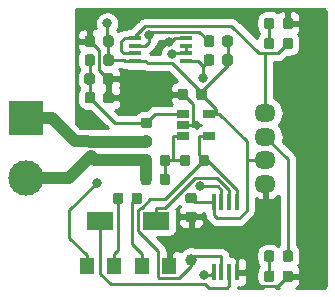
<source format=gtl>
G04 #@! TF.GenerationSoftware,KiCad,Pcbnew,(5.1.2)-1*
G04 #@! TF.CreationDate,2021-06-05T09:35:00+09:00*
G04 #@! TF.ProjectId,cs,63732e6b-6963-4616-945f-706362585858,v3.3*
G04 #@! TF.SameCoordinates,Original*
G04 #@! TF.FileFunction,Copper,L1,Top*
G04 #@! TF.FilePolarity,Positive*
%FSLAX46Y46*%
G04 Gerber Fmt 4.6, Leading zero omitted, Abs format (unit mm)*
G04 Created by KiCad (PCBNEW (5.1.2)-1) date 2021-06-05 09:35:00*
%MOMM*%
%LPD*%
G04 APERTURE LIST*
%ADD10R,0.450000X1.450000*%
%ADD11R,1.100000X0.400000*%
%ADD12C,1.000000*%
%ADD13C,0.100000*%
%ADD14C,0.590000*%
%ADD15C,0.875000*%
%ADD16O,1.800000X1.524000*%
%ADD17R,1.060000X0.650000*%
%ADD18R,1.297940X1.399540*%
%ADD19R,2.298700X1.498600*%
%ADD20R,3.000000X3.000000*%
%ADD21C,3.000000*%
%ADD22C,0.800000*%
%ADD23C,0.591000*%
%ADD24C,1.000000*%
%ADD25C,0.250000*%
%ADD26C,0.254000*%
G04 APERTURE END LIST*
D10*
X123825000Y-81050000D03*
X124475000Y-81050000D03*
X125125000Y-81050000D03*
X125775000Y-81050000D03*
X125775000Y-86950000D03*
X125125000Y-86950000D03*
X124475000Y-86950000D03*
X123825000Y-86950000D03*
D11*
X117150000Y-69075000D03*
X117150000Y-68425000D03*
X117150000Y-67775000D03*
X117150000Y-67125000D03*
X121450000Y-67125000D03*
X121450000Y-67775000D03*
X121450000Y-68425000D03*
X121450000Y-69075000D03*
D12*
X121900000Y-85900000D03*
D13*
G36*
X113586958Y-76805710D02*
G01*
X113601276Y-76807834D01*
X113615317Y-76811351D01*
X113628946Y-76816228D01*
X113642031Y-76822417D01*
X113654447Y-76829858D01*
X113666073Y-76838481D01*
X113676798Y-76848202D01*
X113686519Y-76858927D01*
X113695142Y-76870553D01*
X113702583Y-76882969D01*
X113708772Y-76896054D01*
X113713649Y-76909683D01*
X113717166Y-76923724D01*
X113719290Y-76938042D01*
X113720000Y-76952500D01*
X113720000Y-77247500D01*
X113719290Y-77261958D01*
X113717166Y-77276276D01*
X113713649Y-77290317D01*
X113708772Y-77303946D01*
X113702583Y-77317031D01*
X113695142Y-77329447D01*
X113686519Y-77341073D01*
X113676798Y-77351798D01*
X113666073Y-77361519D01*
X113654447Y-77370142D01*
X113642031Y-77377583D01*
X113628946Y-77383772D01*
X113615317Y-77388649D01*
X113601276Y-77392166D01*
X113586958Y-77394290D01*
X113572500Y-77395000D01*
X113227500Y-77395000D01*
X113213042Y-77394290D01*
X113198724Y-77392166D01*
X113184683Y-77388649D01*
X113171054Y-77383772D01*
X113157969Y-77377583D01*
X113145553Y-77370142D01*
X113133927Y-77361519D01*
X113123202Y-77351798D01*
X113113481Y-77341073D01*
X113104858Y-77329447D01*
X113097417Y-77317031D01*
X113091228Y-77303946D01*
X113086351Y-77290317D01*
X113082834Y-77276276D01*
X113080710Y-77261958D01*
X113080000Y-77247500D01*
X113080000Y-76952500D01*
X113080710Y-76938042D01*
X113082834Y-76923724D01*
X113086351Y-76909683D01*
X113091228Y-76896054D01*
X113097417Y-76882969D01*
X113104858Y-76870553D01*
X113113481Y-76858927D01*
X113123202Y-76848202D01*
X113133927Y-76838481D01*
X113145553Y-76829858D01*
X113157969Y-76822417D01*
X113171054Y-76816228D01*
X113184683Y-76811351D01*
X113198724Y-76807834D01*
X113213042Y-76805710D01*
X113227500Y-76805000D01*
X113572500Y-76805000D01*
X113586958Y-76805710D01*
X113586958Y-76805710D01*
G37*
D14*
X113400000Y-77100000D03*
D13*
G36*
X113586958Y-75835710D02*
G01*
X113601276Y-75837834D01*
X113615317Y-75841351D01*
X113628946Y-75846228D01*
X113642031Y-75852417D01*
X113654447Y-75859858D01*
X113666073Y-75868481D01*
X113676798Y-75878202D01*
X113686519Y-75888927D01*
X113695142Y-75900553D01*
X113702583Y-75912969D01*
X113708772Y-75926054D01*
X113713649Y-75939683D01*
X113717166Y-75953724D01*
X113719290Y-75968042D01*
X113720000Y-75982500D01*
X113720000Y-76277500D01*
X113719290Y-76291958D01*
X113717166Y-76306276D01*
X113713649Y-76320317D01*
X113708772Y-76333946D01*
X113702583Y-76347031D01*
X113695142Y-76359447D01*
X113686519Y-76371073D01*
X113676798Y-76381798D01*
X113666073Y-76391519D01*
X113654447Y-76400142D01*
X113642031Y-76407583D01*
X113628946Y-76413772D01*
X113615317Y-76418649D01*
X113601276Y-76422166D01*
X113586958Y-76424290D01*
X113572500Y-76425000D01*
X113227500Y-76425000D01*
X113213042Y-76424290D01*
X113198724Y-76422166D01*
X113184683Y-76418649D01*
X113171054Y-76413772D01*
X113157969Y-76407583D01*
X113145553Y-76400142D01*
X113133927Y-76391519D01*
X113123202Y-76381798D01*
X113113481Y-76371073D01*
X113104858Y-76359447D01*
X113097417Y-76347031D01*
X113091228Y-76333946D01*
X113086351Y-76320317D01*
X113082834Y-76306276D01*
X113080710Y-76291958D01*
X113080000Y-76277500D01*
X113080000Y-75982500D01*
X113080710Y-75968042D01*
X113082834Y-75953724D01*
X113086351Y-75939683D01*
X113091228Y-75926054D01*
X113097417Y-75912969D01*
X113104858Y-75900553D01*
X113113481Y-75888927D01*
X113123202Y-75878202D01*
X113133927Y-75868481D01*
X113145553Y-75859858D01*
X113157969Y-75852417D01*
X113171054Y-75846228D01*
X113184683Y-75841351D01*
X113198724Y-75837834D01*
X113213042Y-75835710D01*
X113227500Y-75835000D01*
X113572500Y-75835000D01*
X113586958Y-75835710D01*
X113586958Y-75835710D01*
G37*
D14*
X113400000Y-76130000D03*
D13*
G36*
X117539691Y-80226053D02*
G01*
X117560926Y-80229203D01*
X117581750Y-80234419D01*
X117601962Y-80241651D01*
X117621368Y-80250830D01*
X117639781Y-80261866D01*
X117657024Y-80274654D01*
X117672930Y-80289070D01*
X117687346Y-80304976D01*
X117700134Y-80322219D01*
X117711170Y-80340632D01*
X117720349Y-80360038D01*
X117727581Y-80380250D01*
X117732797Y-80401074D01*
X117735947Y-80422309D01*
X117737000Y-80443750D01*
X117737000Y-80956250D01*
X117735947Y-80977691D01*
X117732797Y-80998926D01*
X117727581Y-81019750D01*
X117720349Y-81039962D01*
X117711170Y-81059368D01*
X117700134Y-81077781D01*
X117687346Y-81095024D01*
X117672930Y-81110930D01*
X117657024Y-81125346D01*
X117639781Y-81138134D01*
X117621368Y-81149170D01*
X117601962Y-81158349D01*
X117581750Y-81165581D01*
X117560926Y-81170797D01*
X117539691Y-81173947D01*
X117518250Y-81175000D01*
X117080750Y-81175000D01*
X117059309Y-81173947D01*
X117038074Y-81170797D01*
X117017250Y-81165581D01*
X116997038Y-81158349D01*
X116977632Y-81149170D01*
X116959219Y-81138134D01*
X116941976Y-81125346D01*
X116926070Y-81110930D01*
X116911654Y-81095024D01*
X116898866Y-81077781D01*
X116887830Y-81059368D01*
X116878651Y-81039962D01*
X116871419Y-81019750D01*
X116866203Y-80998926D01*
X116863053Y-80977691D01*
X116862000Y-80956250D01*
X116862000Y-80443750D01*
X116863053Y-80422309D01*
X116866203Y-80401074D01*
X116871419Y-80380250D01*
X116878651Y-80360038D01*
X116887830Y-80340632D01*
X116898866Y-80322219D01*
X116911654Y-80304976D01*
X116926070Y-80289070D01*
X116941976Y-80274654D01*
X116959219Y-80261866D01*
X116977632Y-80250830D01*
X116997038Y-80241651D01*
X117017250Y-80234419D01*
X117038074Y-80229203D01*
X117059309Y-80226053D01*
X117080750Y-80225000D01*
X117518250Y-80225000D01*
X117539691Y-80226053D01*
X117539691Y-80226053D01*
G37*
D15*
X117299500Y-80700000D03*
D13*
G36*
X115964691Y-80226053D02*
G01*
X115985926Y-80229203D01*
X116006750Y-80234419D01*
X116026962Y-80241651D01*
X116046368Y-80250830D01*
X116064781Y-80261866D01*
X116082024Y-80274654D01*
X116097930Y-80289070D01*
X116112346Y-80304976D01*
X116125134Y-80322219D01*
X116136170Y-80340632D01*
X116145349Y-80360038D01*
X116152581Y-80380250D01*
X116157797Y-80401074D01*
X116160947Y-80422309D01*
X116162000Y-80443750D01*
X116162000Y-80956250D01*
X116160947Y-80977691D01*
X116157797Y-80998926D01*
X116152581Y-81019750D01*
X116145349Y-81039962D01*
X116136170Y-81059368D01*
X116125134Y-81077781D01*
X116112346Y-81095024D01*
X116097930Y-81110930D01*
X116082024Y-81125346D01*
X116064781Y-81138134D01*
X116046368Y-81149170D01*
X116026962Y-81158349D01*
X116006750Y-81165581D01*
X115985926Y-81170797D01*
X115964691Y-81173947D01*
X115943250Y-81175000D01*
X115505750Y-81175000D01*
X115484309Y-81173947D01*
X115463074Y-81170797D01*
X115442250Y-81165581D01*
X115422038Y-81158349D01*
X115402632Y-81149170D01*
X115384219Y-81138134D01*
X115366976Y-81125346D01*
X115351070Y-81110930D01*
X115336654Y-81095024D01*
X115323866Y-81077781D01*
X115312830Y-81059368D01*
X115303651Y-81039962D01*
X115296419Y-81019750D01*
X115291203Y-80998926D01*
X115288053Y-80977691D01*
X115287000Y-80956250D01*
X115287000Y-80443750D01*
X115288053Y-80422309D01*
X115291203Y-80401074D01*
X115296419Y-80380250D01*
X115303651Y-80360038D01*
X115312830Y-80340632D01*
X115323866Y-80322219D01*
X115336654Y-80304976D01*
X115351070Y-80289070D01*
X115366976Y-80274654D01*
X115384219Y-80261866D01*
X115402632Y-80250830D01*
X115422038Y-80241651D01*
X115442250Y-80234419D01*
X115463074Y-80229203D01*
X115484309Y-80226053D01*
X115505750Y-80225000D01*
X115943250Y-80225000D01*
X115964691Y-80226053D01*
X115964691Y-80226053D01*
G37*
D15*
X115724500Y-80700000D03*
D16*
X128200000Y-79500000D03*
X128200000Y-77500000D03*
X128200000Y-75500000D03*
X128200000Y-73500000D03*
D13*
G36*
X118377691Y-73888553D02*
G01*
X118398926Y-73891703D01*
X118419750Y-73896919D01*
X118439962Y-73904151D01*
X118459368Y-73913330D01*
X118477781Y-73924366D01*
X118495024Y-73937154D01*
X118510930Y-73951570D01*
X118525346Y-73967476D01*
X118538134Y-73984719D01*
X118549170Y-74003132D01*
X118558349Y-74022538D01*
X118565581Y-74042750D01*
X118570797Y-74063574D01*
X118573947Y-74084809D01*
X118575000Y-74106250D01*
X118575000Y-74543750D01*
X118573947Y-74565191D01*
X118570797Y-74586426D01*
X118565581Y-74607250D01*
X118558349Y-74627462D01*
X118549170Y-74646868D01*
X118538134Y-74665281D01*
X118525346Y-74682524D01*
X118510930Y-74698430D01*
X118495024Y-74712846D01*
X118477781Y-74725634D01*
X118459368Y-74736670D01*
X118439962Y-74745849D01*
X118419750Y-74753081D01*
X118398926Y-74758297D01*
X118377691Y-74761447D01*
X118356250Y-74762500D01*
X117843750Y-74762500D01*
X117822309Y-74761447D01*
X117801074Y-74758297D01*
X117780250Y-74753081D01*
X117760038Y-74745849D01*
X117740632Y-74736670D01*
X117722219Y-74725634D01*
X117704976Y-74712846D01*
X117689070Y-74698430D01*
X117674654Y-74682524D01*
X117661866Y-74665281D01*
X117650830Y-74646868D01*
X117641651Y-74627462D01*
X117634419Y-74607250D01*
X117629203Y-74586426D01*
X117626053Y-74565191D01*
X117625000Y-74543750D01*
X117625000Y-74106250D01*
X117626053Y-74084809D01*
X117629203Y-74063574D01*
X117634419Y-74042750D01*
X117641651Y-74022538D01*
X117650830Y-74003132D01*
X117661866Y-73984719D01*
X117674654Y-73967476D01*
X117689070Y-73951570D01*
X117704976Y-73937154D01*
X117722219Y-73924366D01*
X117740632Y-73913330D01*
X117760038Y-73904151D01*
X117780250Y-73896919D01*
X117801074Y-73891703D01*
X117822309Y-73888553D01*
X117843750Y-73887500D01*
X118356250Y-73887500D01*
X118377691Y-73888553D01*
X118377691Y-73888553D01*
G37*
D15*
X118100000Y-74325000D03*
D13*
G36*
X118377691Y-75463553D02*
G01*
X118398926Y-75466703D01*
X118419750Y-75471919D01*
X118439962Y-75479151D01*
X118459368Y-75488330D01*
X118477781Y-75499366D01*
X118495024Y-75512154D01*
X118510930Y-75526570D01*
X118525346Y-75542476D01*
X118538134Y-75559719D01*
X118549170Y-75578132D01*
X118558349Y-75597538D01*
X118565581Y-75617750D01*
X118570797Y-75638574D01*
X118573947Y-75659809D01*
X118575000Y-75681250D01*
X118575000Y-76118750D01*
X118573947Y-76140191D01*
X118570797Y-76161426D01*
X118565581Y-76182250D01*
X118558349Y-76202462D01*
X118549170Y-76221868D01*
X118538134Y-76240281D01*
X118525346Y-76257524D01*
X118510930Y-76273430D01*
X118495024Y-76287846D01*
X118477781Y-76300634D01*
X118459368Y-76311670D01*
X118439962Y-76320849D01*
X118419750Y-76328081D01*
X118398926Y-76333297D01*
X118377691Y-76336447D01*
X118356250Y-76337500D01*
X117843750Y-76337500D01*
X117822309Y-76336447D01*
X117801074Y-76333297D01*
X117780250Y-76328081D01*
X117760038Y-76320849D01*
X117740632Y-76311670D01*
X117722219Y-76300634D01*
X117704976Y-76287846D01*
X117689070Y-76273430D01*
X117674654Y-76257524D01*
X117661866Y-76240281D01*
X117650830Y-76221868D01*
X117641651Y-76202462D01*
X117634419Y-76182250D01*
X117629203Y-76161426D01*
X117626053Y-76140191D01*
X117625000Y-76118750D01*
X117625000Y-75681250D01*
X117626053Y-75659809D01*
X117629203Y-75638574D01*
X117634419Y-75617750D01*
X117641651Y-75597538D01*
X117650830Y-75578132D01*
X117661866Y-75559719D01*
X117674654Y-75542476D01*
X117689070Y-75526570D01*
X117704976Y-75512154D01*
X117722219Y-75499366D01*
X117740632Y-75488330D01*
X117760038Y-75479151D01*
X117780250Y-75471919D01*
X117801074Y-75466703D01*
X117822309Y-75463553D01*
X117843750Y-75462500D01*
X118356250Y-75462500D01*
X118377691Y-75463553D01*
X118377691Y-75463553D01*
G37*
D15*
X118100000Y-75900000D03*
D13*
G36*
X118340691Y-77026053D02*
G01*
X118361926Y-77029203D01*
X118382750Y-77034419D01*
X118402962Y-77041651D01*
X118422368Y-77050830D01*
X118440781Y-77061866D01*
X118458024Y-77074654D01*
X118473930Y-77089070D01*
X118488346Y-77104976D01*
X118501134Y-77122219D01*
X118512170Y-77140632D01*
X118521349Y-77160038D01*
X118528581Y-77180250D01*
X118533797Y-77201074D01*
X118536947Y-77222309D01*
X118538000Y-77243750D01*
X118538000Y-77756250D01*
X118536947Y-77777691D01*
X118533797Y-77798926D01*
X118528581Y-77819750D01*
X118521349Y-77839962D01*
X118512170Y-77859368D01*
X118501134Y-77877781D01*
X118488346Y-77895024D01*
X118473930Y-77910930D01*
X118458024Y-77925346D01*
X118440781Y-77938134D01*
X118422368Y-77949170D01*
X118402962Y-77958349D01*
X118382750Y-77965581D01*
X118361926Y-77970797D01*
X118340691Y-77973947D01*
X118319250Y-77975000D01*
X117881750Y-77975000D01*
X117860309Y-77973947D01*
X117839074Y-77970797D01*
X117818250Y-77965581D01*
X117798038Y-77958349D01*
X117778632Y-77949170D01*
X117760219Y-77938134D01*
X117742976Y-77925346D01*
X117727070Y-77910930D01*
X117712654Y-77895024D01*
X117699866Y-77877781D01*
X117688830Y-77859368D01*
X117679651Y-77839962D01*
X117672419Y-77819750D01*
X117667203Y-77798926D01*
X117664053Y-77777691D01*
X117663000Y-77756250D01*
X117663000Y-77243750D01*
X117664053Y-77222309D01*
X117667203Y-77201074D01*
X117672419Y-77180250D01*
X117679651Y-77160038D01*
X117688830Y-77140632D01*
X117699866Y-77122219D01*
X117712654Y-77104976D01*
X117727070Y-77089070D01*
X117742976Y-77074654D01*
X117760219Y-77061866D01*
X117778632Y-77050830D01*
X117798038Y-77041651D01*
X117818250Y-77034419D01*
X117839074Y-77029203D01*
X117860309Y-77026053D01*
X117881750Y-77025000D01*
X118319250Y-77025000D01*
X118340691Y-77026053D01*
X118340691Y-77026053D01*
G37*
D15*
X118100500Y-77500000D03*
D13*
G36*
X119915691Y-77026053D02*
G01*
X119936926Y-77029203D01*
X119957750Y-77034419D01*
X119977962Y-77041651D01*
X119997368Y-77050830D01*
X120015781Y-77061866D01*
X120033024Y-77074654D01*
X120048930Y-77089070D01*
X120063346Y-77104976D01*
X120076134Y-77122219D01*
X120087170Y-77140632D01*
X120096349Y-77160038D01*
X120103581Y-77180250D01*
X120108797Y-77201074D01*
X120111947Y-77222309D01*
X120113000Y-77243750D01*
X120113000Y-77756250D01*
X120111947Y-77777691D01*
X120108797Y-77798926D01*
X120103581Y-77819750D01*
X120096349Y-77839962D01*
X120087170Y-77859368D01*
X120076134Y-77877781D01*
X120063346Y-77895024D01*
X120048930Y-77910930D01*
X120033024Y-77925346D01*
X120015781Y-77938134D01*
X119997368Y-77949170D01*
X119977962Y-77958349D01*
X119957750Y-77965581D01*
X119936926Y-77970797D01*
X119915691Y-77973947D01*
X119894250Y-77975000D01*
X119456750Y-77975000D01*
X119435309Y-77973947D01*
X119414074Y-77970797D01*
X119393250Y-77965581D01*
X119373038Y-77958349D01*
X119353632Y-77949170D01*
X119335219Y-77938134D01*
X119317976Y-77925346D01*
X119302070Y-77910930D01*
X119287654Y-77895024D01*
X119274866Y-77877781D01*
X119263830Y-77859368D01*
X119254651Y-77839962D01*
X119247419Y-77819750D01*
X119242203Y-77798926D01*
X119239053Y-77777691D01*
X119238000Y-77756250D01*
X119238000Y-77243750D01*
X119239053Y-77222309D01*
X119242203Y-77201074D01*
X119247419Y-77180250D01*
X119254651Y-77160038D01*
X119263830Y-77140632D01*
X119274866Y-77122219D01*
X119287654Y-77104976D01*
X119302070Y-77089070D01*
X119317976Y-77074654D01*
X119335219Y-77061866D01*
X119353632Y-77050830D01*
X119373038Y-77041651D01*
X119393250Y-77034419D01*
X119414074Y-77029203D01*
X119435309Y-77026053D01*
X119456750Y-77025000D01*
X119894250Y-77025000D01*
X119915691Y-77026053D01*
X119915691Y-77026053D01*
G37*
D15*
X119675500Y-77500000D03*
D17*
X123400000Y-73550000D03*
X123400000Y-75450000D03*
X121200000Y-75450000D03*
X121200000Y-74500000D03*
X121200000Y-73550000D03*
D18*
X117751920Y-86449780D03*
D19*
X118900000Y-82601680D03*
D18*
X120048080Y-86449780D03*
X113051920Y-86448080D03*
D19*
X114200000Y-82599980D03*
D18*
X115348080Y-86448080D03*
D13*
G36*
X123652691Y-66926053D02*
G01*
X123673926Y-66929203D01*
X123694750Y-66934419D01*
X123714962Y-66941651D01*
X123734368Y-66950830D01*
X123752781Y-66961866D01*
X123770024Y-66974654D01*
X123785930Y-66989070D01*
X123800346Y-67004976D01*
X123813134Y-67022219D01*
X123824170Y-67040632D01*
X123833349Y-67060038D01*
X123840581Y-67080250D01*
X123845797Y-67101074D01*
X123848947Y-67122309D01*
X123850000Y-67143750D01*
X123850000Y-67656250D01*
X123848947Y-67677691D01*
X123845797Y-67698926D01*
X123840581Y-67719750D01*
X123833349Y-67739962D01*
X123824170Y-67759368D01*
X123813134Y-67777781D01*
X123800346Y-67795024D01*
X123785930Y-67810930D01*
X123770024Y-67825346D01*
X123752781Y-67838134D01*
X123734368Y-67849170D01*
X123714962Y-67858349D01*
X123694750Y-67865581D01*
X123673926Y-67870797D01*
X123652691Y-67873947D01*
X123631250Y-67875000D01*
X123193750Y-67875000D01*
X123172309Y-67873947D01*
X123151074Y-67870797D01*
X123130250Y-67865581D01*
X123110038Y-67858349D01*
X123090632Y-67849170D01*
X123072219Y-67838134D01*
X123054976Y-67825346D01*
X123039070Y-67810930D01*
X123024654Y-67795024D01*
X123011866Y-67777781D01*
X123000830Y-67759368D01*
X122991651Y-67739962D01*
X122984419Y-67719750D01*
X122979203Y-67698926D01*
X122976053Y-67677691D01*
X122975000Y-67656250D01*
X122975000Y-67143750D01*
X122976053Y-67122309D01*
X122979203Y-67101074D01*
X122984419Y-67080250D01*
X122991651Y-67060038D01*
X123000830Y-67040632D01*
X123011866Y-67022219D01*
X123024654Y-67004976D01*
X123039070Y-66989070D01*
X123054976Y-66974654D01*
X123072219Y-66961866D01*
X123090632Y-66950830D01*
X123110038Y-66941651D01*
X123130250Y-66934419D01*
X123151074Y-66929203D01*
X123172309Y-66926053D01*
X123193750Y-66925000D01*
X123631250Y-66925000D01*
X123652691Y-66926053D01*
X123652691Y-66926053D01*
G37*
D15*
X123412500Y-67400000D03*
D13*
G36*
X125227691Y-66926053D02*
G01*
X125248926Y-66929203D01*
X125269750Y-66934419D01*
X125289962Y-66941651D01*
X125309368Y-66950830D01*
X125327781Y-66961866D01*
X125345024Y-66974654D01*
X125360930Y-66989070D01*
X125375346Y-67004976D01*
X125388134Y-67022219D01*
X125399170Y-67040632D01*
X125408349Y-67060038D01*
X125415581Y-67080250D01*
X125420797Y-67101074D01*
X125423947Y-67122309D01*
X125425000Y-67143750D01*
X125425000Y-67656250D01*
X125423947Y-67677691D01*
X125420797Y-67698926D01*
X125415581Y-67719750D01*
X125408349Y-67739962D01*
X125399170Y-67759368D01*
X125388134Y-67777781D01*
X125375346Y-67795024D01*
X125360930Y-67810930D01*
X125345024Y-67825346D01*
X125327781Y-67838134D01*
X125309368Y-67849170D01*
X125289962Y-67858349D01*
X125269750Y-67865581D01*
X125248926Y-67870797D01*
X125227691Y-67873947D01*
X125206250Y-67875000D01*
X124768750Y-67875000D01*
X124747309Y-67873947D01*
X124726074Y-67870797D01*
X124705250Y-67865581D01*
X124685038Y-67858349D01*
X124665632Y-67849170D01*
X124647219Y-67838134D01*
X124629976Y-67825346D01*
X124614070Y-67810930D01*
X124599654Y-67795024D01*
X124586866Y-67777781D01*
X124575830Y-67759368D01*
X124566651Y-67739962D01*
X124559419Y-67719750D01*
X124554203Y-67698926D01*
X124551053Y-67677691D01*
X124550000Y-67656250D01*
X124550000Y-67143750D01*
X124551053Y-67122309D01*
X124554203Y-67101074D01*
X124559419Y-67080250D01*
X124566651Y-67060038D01*
X124575830Y-67040632D01*
X124586866Y-67022219D01*
X124599654Y-67004976D01*
X124614070Y-66989070D01*
X124629976Y-66974654D01*
X124647219Y-66961866D01*
X124665632Y-66950830D01*
X124685038Y-66941651D01*
X124705250Y-66934419D01*
X124726074Y-66929203D01*
X124747309Y-66926053D01*
X124768750Y-66925000D01*
X125206250Y-66925000D01*
X125227691Y-66926053D01*
X125227691Y-66926053D01*
G37*
D15*
X124987500Y-67400000D03*
D13*
G36*
X123652691Y-68526053D02*
G01*
X123673926Y-68529203D01*
X123694750Y-68534419D01*
X123714962Y-68541651D01*
X123734368Y-68550830D01*
X123752781Y-68561866D01*
X123770024Y-68574654D01*
X123785930Y-68589070D01*
X123800346Y-68604976D01*
X123813134Y-68622219D01*
X123824170Y-68640632D01*
X123833349Y-68660038D01*
X123840581Y-68680250D01*
X123845797Y-68701074D01*
X123848947Y-68722309D01*
X123850000Y-68743750D01*
X123850000Y-69256250D01*
X123848947Y-69277691D01*
X123845797Y-69298926D01*
X123840581Y-69319750D01*
X123833349Y-69339962D01*
X123824170Y-69359368D01*
X123813134Y-69377781D01*
X123800346Y-69395024D01*
X123785930Y-69410930D01*
X123770024Y-69425346D01*
X123752781Y-69438134D01*
X123734368Y-69449170D01*
X123714962Y-69458349D01*
X123694750Y-69465581D01*
X123673926Y-69470797D01*
X123652691Y-69473947D01*
X123631250Y-69475000D01*
X123193750Y-69475000D01*
X123172309Y-69473947D01*
X123151074Y-69470797D01*
X123130250Y-69465581D01*
X123110038Y-69458349D01*
X123090632Y-69449170D01*
X123072219Y-69438134D01*
X123054976Y-69425346D01*
X123039070Y-69410930D01*
X123024654Y-69395024D01*
X123011866Y-69377781D01*
X123000830Y-69359368D01*
X122991651Y-69339962D01*
X122984419Y-69319750D01*
X122979203Y-69298926D01*
X122976053Y-69277691D01*
X122975000Y-69256250D01*
X122975000Y-68743750D01*
X122976053Y-68722309D01*
X122979203Y-68701074D01*
X122984419Y-68680250D01*
X122991651Y-68660038D01*
X123000830Y-68640632D01*
X123011866Y-68622219D01*
X123024654Y-68604976D01*
X123039070Y-68589070D01*
X123054976Y-68574654D01*
X123072219Y-68561866D01*
X123090632Y-68550830D01*
X123110038Y-68541651D01*
X123130250Y-68534419D01*
X123151074Y-68529203D01*
X123172309Y-68526053D01*
X123193750Y-68525000D01*
X123631250Y-68525000D01*
X123652691Y-68526053D01*
X123652691Y-68526053D01*
G37*
D15*
X123412500Y-69000000D03*
D13*
G36*
X125227691Y-68526053D02*
G01*
X125248926Y-68529203D01*
X125269750Y-68534419D01*
X125289962Y-68541651D01*
X125309368Y-68550830D01*
X125327781Y-68561866D01*
X125345024Y-68574654D01*
X125360930Y-68589070D01*
X125375346Y-68604976D01*
X125388134Y-68622219D01*
X125399170Y-68640632D01*
X125408349Y-68660038D01*
X125415581Y-68680250D01*
X125420797Y-68701074D01*
X125423947Y-68722309D01*
X125425000Y-68743750D01*
X125425000Y-69256250D01*
X125423947Y-69277691D01*
X125420797Y-69298926D01*
X125415581Y-69319750D01*
X125408349Y-69339962D01*
X125399170Y-69359368D01*
X125388134Y-69377781D01*
X125375346Y-69395024D01*
X125360930Y-69410930D01*
X125345024Y-69425346D01*
X125327781Y-69438134D01*
X125309368Y-69449170D01*
X125289962Y-69458349D01*
X125269750Y-69465581D01*
X125248926Y-69470797D01*
X125227691Y-69473947D01*
X125206250Y-69475000D01*
X124768750Y-69475000D01*
X124747309Y-69473947D01*
X124726074Y-69470797D01*
X124705250Y-69465581D01*
X124685038Y-69458349D01*
X124665632Y-69449170D01*
X124647219Y-69438134D01*
X124629976Y-69425346D01*
X124614070Y-69410930D01*
X124599654Y-69395024D01*
X124586866Y-69377781D01*
X124575830Y-69359368D01*
X124566651Y-69339962D01*
X124559419Y-69319750D01*
X124554203Y-69298926D01*
X124551053Y-69277691D01*
X124550000Y-69256250D01*
X124550000Y-68743750D01*
X124551053Y-68722309D01*
X124554203Y-68701074D01*
X124559419Y-68680250D01*
X124566651Y-68660038D01*
X124575830Y-68640632D01*
X124586866Y-68622219D01*
X124599654Y-68604976D01*
X124614070Y-68589070D01*
X124629976Y-68574654D01*
X124647219Y-68561866D01*
X124665632Y-68550830D01*
X124685038Y-68541651D01*
X124705250Y-68534419D01*
X124726074Y-68529203D01*
X124747309Y-68526053D01*
X124768750Y-68525000D01*
X125206250Y-68525000D01*
X125227691Y-68526053D01*
X125227691Y-68526053D01*
G37*
D15*
X124987500Y-69000000D03*
D13*
G36*
X121640691Y-77026053D02*
G01*
X121661926Y-77029203D01*
X121682750Y-77034419D01*
X121702962Y-77041651D01*
X121722368Y-77050830D01*
X121740781Y-77061866D01*
X121758024Y-77074654D01*
X121773930Y-77089070D01*
X121788346Y-77104976D01*
X121801134Y-77122219D01*
X121812170Y-77140632D01*
X121821349Y-77160038D01*
X121828581Y-77180250D01*
X121833797Y-77201074D01*
X121836947Y-77222309D01*
X121838000Y-77243750D01*
X121838000Y-77756250D01*
X121836947Y-77777691D01*
X121833797Y-77798926D01*
X121828581Y-77819750D01*
X121821349Y-77839962D01*
X121812170Y-77859368D01*
X121801134Y-77877781D01*
X121788346Y-77895024D01*
X121773930Y-77910930D01*
X121758024Y-77925346D01*
X121740781Y-77938134D01*
X121722368Y-77949170D01*
X121702962Y-77958349D01*
X121682750Y-77965581D01*
X121661926Y-77970797D01*
X121640691Y-77973947D01*
X121619250Y-77975000D01*
X121181750Y-77975000D01*
X121160309Y-77973947D01*
X121139074Y-77970797D01*
X121118250Y-77965581D01*
X121098038Y-77958349D01*
X121078632Y-77949170D01*
X121060219Y-77938134D01*
X121042976Y-77925346D01*
X121027070Y-77910930D01*
X121012654Y-77895024D01*
X120999866Y-77877781D01*
X120988830Y-77859368D01*
X120979651Y-77839962D01*
X120972419Y-77819750D01*
X120967203Y-77798926D01*
X120964053Y-77777691D01*
X120963000Y-77756250D01*
X120963000Y-77243750D01*
X120964053Y-77222309D01*
X120967203Y-77201074D01*
X120972419Y-77180250D01*
X120979651Y-77160038D01*
X120988830Y-77140632D01*
X120999866Y-77122219D01*
X121012654Y-77104976D01*
X121027070Y-77089070D01*
X121042976Y-77074654D01*
X121060219Y-77061866D01*
X121078632Y-77050830D01*
X121098038Y-77041651D01*
X121118250Y-77034419D01*
X121139074Y-77029203D01*
X121160309Y-77026053D01*
X121181750Y-77025000D01*
X121619250Y-77025000D01*
X121640691Y-77026053D01*
X121640691Y-77026053D01*
G37*
D15*
X121400500Y-77500000D03*
D13*
G36*
X123215691Y-77026053D02*
G01*
X123236926Y-77029203D01*
X123257750Y-77034419D01*
X123277962Y-77041651D01*
X123297368Y-77050830D01*
X123315781Y-77061866D01*
X123333024Y-77074654D01*
X123348930Y-77089070D01*
X123363346Y-77104976D01*
X123376134Y-77122219D01*
X123387170Y-77140632D01*
X123396349Y-77160038D01*
X123403581Y-77180250D01*
X123408797Y-77201074D01*
X123411947Y-77222309D01*
X123413000Y-77243750D01*
X123413000Y-77756250D01*
X123411947Y-77777691D01*
X123408797Y-77798926D01*
X123403581Y-77819750D01*
X123396349Y-77839962D01*
X123387170Y-77859368D01*
X123376134Y-77877781D01*
X123363346Y-77895024D01*
X123348930Y-77910930D01*
X123333024Y-77925346D01*
X123315781Y-77938134D01*
X123297368Y-77949170D01*
X123277962Y-77958349D01*
X123257750Y-77965581D01*
X123236926Y-77970797D01*
X123215691Y-77973947D01*
X123194250Y-77975000D01*
X122756750Y-77975000D01*
X122735309Y-77973947D01*
X122714074Y-77970797D01*
X122693250Y-77965581D01*
X122673038Y-77958349D01*
X122653632Y-77949170D01*
X122635219Y-77938134D01*
X122617976Y-77925346D01*
X122602070Y-77910930D01*
X122587654Y-77895024D01*
X122574866Y-77877781D01*
X122563830Y-77859368D01*
X122554651Y-77839962D01*
X122547419Y-77819750D01*
X122542203Y-77798926D01*
X122539053Y-77777691D01*
X122538000Y-77756250D01*
X122538000Y-77243750D01*
X122539053Y-77222309D01*
X122542203Y-77201074D01*
X122547419Y-77180250D01*
X122554651Y-77160038D01*
X122563830Y-77140632D01*
X122574866Y-77122219D01*
X122587654Y-77104976D01*
X122602070Y-77089070D01*
X122617976Y-77074654D01*
X122635219Y-77061866D01*
X122653632Y-77050830D01*
X122673038Y-77041651D01*
X122693250Y-77034419D01*
X122714074Y-77029203D01*
X122735309Y-77026053D01*
X122756750Y-77025000D01*
X123194250Y-77025000D01*
X123215691Y-77026053D01*
X123215691Y-77026053D01*
G37*
D15*
X122975500Y-77500000D03*
D13*
G36*
X115115691Y-70126053D02*
G01*
X115136926Y-70129203D01*
X115157750Y-70134419D01*
X115177962Y-70141651D01*
X115197368Y-70150830D01*
X115215781Y-70161866D01*
X115233024Y-70174654D01*
X115248930Y-70189070D01*
X115263346Y-70204976D01*
X115276134Y-70222219D01*
X115287170Y-70240632D01*
X115296349Y-70260038D01*
X115303581Y-70280250D01*
X115308797Y-70301074D01*
X115311947Y-70322309D01*
X115313000Y-70343750D01*
X115313000Y-70856250D01*
X115311947Y-70877691D01*
X115308797Y-70898926D01*
X115303581Y-70919750D01*
X115296349Y-70939962D01*
X115287170Y-70959368D01*
X115276134Y-70977781D01*
X115263346Y-70995024D01*
X115248930Y-71010930D01*
X115233024Y-71025346D01*
X115215781Y-71038134D01*
X115197368Y-71049170D01*
X115177962Y-71058349D01*
X115157750Y-71065581D01*
X115136926Y-71070797D01*
X115115691Y-71073947D01*
X115094250Y-71075000D01*
X114656750Y-71075000D01*
X114635309Y-71073947D01*
X114614074Y-71070797D01*
X114593250Y-71065581D01*
X114573038Y-71058349D01*
X114553632Y-71049170D01*
X114535219Y-71038134D01*
X114517976Y-71025346D01*
X114502070Y-71010930D01*
X114487654Y-70995024D01*
X114474866Y-70977781D01*
X114463830Y-70959368D01*
X114454651Y-70939962D01*
X114447419Y-70919750D01*
X114442203Y-70898926D01*
X114439053Y-70877691D01*
X114438000Y-70856250D01*
X114438000Y-70343750D01*
X114439053Y-70322309D01*
X114442203Y-70301074D01*
X114447419Y-70280250D01*
X114454651Y-70260038D01*
X114463830Y-70240632D01*
X114474866Y-70222219D01*
X114487654Y-70204976D01*
X114502070Y-70189070D01*
X114517976Y-70174654D01*
X114535219Y-70161866D01*
X114553632Y-70150830D01*
X114573038Y-70141651D01*
X114593250Y-70134419D01*
X114614074Y-70129203D01*
X114635309Y-70126053D01*
X114656750Y-70125000D01*
X115094250Y-70125000D01*
X115115691Y-70126053D01*
X115115691Y-70126053D01*
G37*
D15*
X114875500Y-70600000D03*
D13*
G36*
X113540691Y-70126053D02*
G01*
X113561926Y-70129203D01*
X113582750Y-70134419D01*
X113602962Y-70141651D01*
X113622368Y-70150830D01*
X113640781Y-70161866D01*
X113658024Y-70174654D01*
X113673930Y-70189070D01*
X113688346Y-70204976D01*
X113701134Y-70222219D01*
X113712170Y-70240632D01*
X113721349Y-70260038D01*
X113728581Y-70280250D01*
X113733797Y-70301074D01*
X113736947Y-70322309D01*
X113738000Y-70343750D01*
X113738000Y-70856250D01*
X113736947Y-70877691D01*
X113733797Y-70898926D01*
X113728581Y-70919750D01*
X113721349Y-70939962D01*
X113712170Y-70959368D01*
X113701134Y-70977781D01*
X113688346Y-70995024D01*
X113673930Y-71010930D01*
X113658024Y-71025346D01*
X113640781Y-71038134D01*
X113622368Y-71049170D01*
X113602962Y-71058349D01*
X113582750Y-71065581D01*
X113561926Y-71070797D01*
X113540691Y-71073947D01*
X113519250Y-71075000D01*
X113081750Y-71075000D01*
X113060309Y-71073947D01*
X113039074Y-71070797D01*
X113018250Y-71065581D01*
X112998038Y-71058349D01*
X112978632Y-71049170D01*
X112960219Y-71038134D01*
X112942976Y-71025346D01*
X112927070Y-71010930D01*
X112912654Y-70995024D01*
X112899866Y-70977781D01*
X112888830Y-70959368D01*
X112879651Y-70939962D01*
X112872419Y-70919750D01*
X112867203Y-70898926D01*
X112864053Y-70877691D01*
X112863000Y-70856250D01*
X112863000Y-70343750D01*
X112864053Y-70322309D01*
X112867203Y-70301074D01*
X112872419Y-70280250D01*
X112879651Y-70260038D01*
X112888830Y-70240632D01*
X112899866Y-70222219D01*
X112912654Y-70204976D01*
X112927070Y-70189070D01*
X112942976Y-70174654D01*
X112960219Y-70161866D01*
X112978632Y-70150830D01*
X112998038Y-70141651D01*
X113018250Y-70134419D01*
X113039074Y-70129203D01*
X113060309Y-70126053D01*
X113081750Y-70125000D01*
X113519250Y-70125000D01*
X113540691Y-70126053D01*
X113540691Y-70126053D01*
G37*
D15*
X113300500Y-70600000D03*
D13*
G36*
X113564691Y-68526053D02*
G01*
X113585926Y-68529203D01*
X113606750Y-68534419D01*
X113626962Y-68541651D01*
X113646368Y-68550830D01*
X113664781Y-68561866D01*
X113682024Y-68574654D01*
X113697930Y-68589070D01*
X113712346Y-68604976D01*
X113725134Y-68622219D01*
X113736170Y-68640632D01*
X113745349Y-68660038D01*
X113752581Y-68680250D01*
X113757797Y-68701074D01*
X113760947Y-68722309D01*
X113762000Y-68743750D01*
X113762000Y-69256250D01*
X113760947Y-69277691D01*
X113757797Y-69298926D01*
X113752581Y-69319750D01*
X113745349Y-69339962D01*
X113736170Y-69359368D01*
X113725134Y-69377781D01*
X113712346Y-69395024D01*
X113697930Y-69410930D01*
X113682024Y-69425346D01*
X113664781Y-69438134D01*
X113646368Y-69449170D01*
X113626962Y-69458349D01*
X113606750Y-69465581D01*
X113585926Y-69470797D01*
X113564691Y-69473947D01*
X113543250Y-69475000D01*
X113105750Y-69475000D01*
X113084309Y-69473947D01*
X113063074Y-69470797D01*
X113042250Y-69465581D01*
X113022038Y-69458349D01*
X113002632Y-69449170D01*
X112984219Y-69438134D01*
X112966976Y-69425346D01*
X112951070Y-69410930D01*
X112936654Y-69395024D01*
X112923866Y-69377781D01*
X112912830Y-69359368D01*
X112903651Y-69339962D01*
X112896419Y-69319750D01*
X112891203Y-69298926D01*
X112888053Y-69277691D01*
X112887000Y-69256250D01*
X112887000Y-68743750D01*
X112888053Y-68722309D01*
X112891203Y-68701074D01*
X112896419Y-68680250D01*
X112903651Y-68660038D01*
X112912830Y-68640632D01*
X112923866Y-68622219D01*
X112936654Y-68604976D01*
X112951070Y-68589070D01*
X112966976Y-68574654D01*
X112984219Y-68561866D01*
X113002632Y-68550830D01*
X113022038Y-68541651D01*
X113042250Y-68534419D01*
X113063074Y-68529203D01*
X113084309Y-68526053D01*
X113105750Y-68525000D01*
X113543250Y-68525000D01*
X113564691Y-68526053D01*
X113564691Y-68526053D01*
G37*
D15*
X113324500Y-69000000D03*
D13*
G36*
X115139691Y-68526053D02*
G01*
X115160926Y-68529203D01*
X115181750Y-68534419D01*
X115201962Y-68541651D01*
X115221368Y-68550830D01*
X115239781Y-68561866D01*
X115257024Y-68574654D01*
X115272930Y-68589070D01*
X115287346Y-68604976D01*
X115300134Y-68622219D01*
X115311170Y-68640632D01*
X115320349Y-68660038D01*
X115327581Y-68680250D01*
X115332797Y-68701074D01*
X115335947Y-68722309D01*
X115337000Y-68743750D01*
X115337000Y-69256250D01*
X115335947Y-69277691D01*
X115332797Y-69298926D01*
X115327581Y-69319750D01*
X115320349Y-69339962D01*
X115311170Y-69359368D01*
X115300134Y-69377781D01*
X115287346Y-69395024D01*
X115272930Y-69410930D01*
X115257024Y-69425346D01*
X115239781Y-69438134D01*
X115221368Y-69449170D01*
X115201962Y-69458349D01*
X115181750Y-69465581D01*
X115160926Y-69470797D01*
X115139691Y-69473947D01*
X115118250Y-69475000D01*
X114680750Y-69475000D01*
X114659309Y-69473947D01*
X114638074Y-69470797D01*
X114617250Y-69465581D01*
X114597038Y-69458349D01*
X114577632Y-69449170D01*
X114559219Y-69438134D01*
X114541976Y-69425346D01*
X114526070Y-69410930D01*
X114511654Y-69395024D01*
X114498866Y-69377781D01*
X114487830Y-69359368D01*
X114478651Y-69339962D01*
X114471419Y-69319750D01*
X114466203Y-69298926D01*
X114463053Y-69277691D01*
X114462000Y-69256250D01*
X114462000Y-68743750D01*
X114463053Y-68722309D01*
X114466203Y-68701074D01*
X114471419Y-68680250D01*
X114478651Y-68660038D01*
X114487830Y-68640632D01*
X114498866Y-68622219D01*
X114511654Y-68604976D01*
X114526070Y-68589070D01*
X114541976Y-68574654D01*
X114559219Y-68561866D01*
X114577632Y-68550830D01*
X114597038Y-68541651D01*
X114617250Y-68534419D01*
X114638074Y-68529203D01*
X114659309Y-68526053D01*
X114680750Y-68525000D01*
X115118250Y-68525000D01*
X115139691Y-68526053D01*
X115139691Y-68526053D01*
G37*
D15*
X114899500Y-69000000D03*
D13*
G36*
X113564691Y-66926053D02*
G01*
X113585926Y-66929203D01*
X113606750Y-66934419D01*
X113626962Y-66941651D01*
X113646368Y-66950830D01*
X113664781Y-66961866D01*
X113682024Y-66974654D01*
X113697930Y-66989070D01*
X113712346Y-67004976D01*
X113725134Y-67022219D01*
X113736170Y-67040632D01*
X113745349Y-67060038D01*
X113752581Y-67080250D01*
X113757797Y-67101074D01*
X113760947Y-67122309D01*
X113762000Y-67143750D01*
X113762000Y-67656250D01*
X113760947Y-67677691D01*
X113757797Y-67698926D01*
X113752581Y-67719750D01*
X113745349Y-67739962D01*
X113736170Y-67759368D01*
X113725134Y-67777781D01*
X113712346Y-67795024D01*
X113697930Y-67810930D01*
X113682024Y-67825346D01*
X113664781Y-67838134D01*
X113646368Y-67849170D01*
X113626962Y-67858349D01*
X113606750Y-67865581D01*
X113585926Y-67870797D01*
X113564691Y-67873947D01*
X113543250Y-67875000D01*
X113105750Y-67875000D01*
X113084309Y-67873947D01*
X113063074Y-67870797D01*
X113042250Y-67865581D01*
X113022038Y-67858349D01*
X113002632Y-67849170D01*
X112984219Y-67838134D01*
X112966976Y-67825346D01*
X112951070Y-67810930D01*
X112936654Y-67795024D01*
X112923866Y-67777781D01*
X112912830Y-67759368D01*
X112903651Y-67739962D01*
X112896419Y-67719750D01*
X112891203Y-67698926D01*
X112888053Y-67677691D01*
X112887000Y-67656250D01*
X112887000Y-67143750D01*
X112888053Y-67122309D01*
X112891203Y-67101074D01*
X112896419Y-67080250D01*
X112903651Y-67060038D01*
X112912830Y-67040632D01*
X112923866Y-67022219D01*
X112936654Y-67004976D01*
X112951070Y-66989070D01*
X112966976Y-66974654D01*
X112984219Y-66961866D01*
X113002632Y-66950830D01*
X113022038Y-66941651D01*
X113042250Y-66934419D01*
X113063074Y-66929203D01*
X113084309Y-66926053D01*
X113105750Y-66925000D01*
X113543250Y-66925000D01*
X113564691Y-66926053D01*
X113564691Y-66926053D01*
G37*
D15*
X113324500Y-67400000D03*
D13*
G36*
X115139691Y-66926053D02*
G01*
X115160926Y-66929203D01*
X115181750Y-66934419D01*
X115201962Y-66941651D01*
X115221368Y-66950830D01*
X115239781Y-66961866D01*
X115257024Y-66974654D01*
X115272930Y-66989070D01*
X115287346Y-67004976D01*
X115300134Y-67022219D01*
X115311170Y-67040632D01*
X115320349Y-67060038D01*
X115327581Y-67080250D01*
X115332797Y-67101074D01*
X115335947Y-67122309D01*
X115337000Y-67143750D01*
X115337000Y-67656250D01*
X115335947Y-67677691D01*
X115332797Y-67698926D01*
X115327581Y-67719750D01*
X115320349Y-67739962D01*
X115311170Y-67759368D01*
X115300134Y-67777781D01*
X115287346Y-67795024D01*
X115272930Y-67810930D01*
X115257024Y-67825346D01*
X115239781Y-67838134D01*
X115221368Y-67849170D01*
X115201962Y-67858349D01*
X115181750Y-67865581D01*
X115160926Y-67870797D01*
X115139691Y-67873947D01*
X115118250Y-67875000D01*
X114680750Y-67875000D01*
X114659309Y-67873947D01*
X114638074Y-67870797D01*
X114617250Y-67865581D01*
X114597038Y-67858349D01*
X114577632Y-67849170D01*
X114559219Y-67838134D01*
X114541976Y-67825346D01*
X114526070Y-67810930D01*
X114511654Y-67795024D01*
X114498866Y-67777781D01*
X114487830Y-67759368D01*
X114478651Y-67739962D01*
X114471419Y-67719750D01*
X114466203Y-67698926D01*
X114463053Y-67677691D01*
X114462000Y-67656250D01*
X114462000Y-67143750D01*
X114463053Y-67122309D01*
X114466203Y-67101074D01*
X114471419Y-67080250D01*
X114478651Y-67060038D01*
X114487830Y-67040632D01*
X114498866Y-67022219D01*
X114511654Y-67004976D01*
X114526070Y-66989070D01*
X114541976Y-66974654D01*
X114559219Y-66961866D01*
X114577632Y-66950830D01*
X114597038Y-66941651D01*
X114617250Y-66934419D01*
X114638074Y-66929203D01*
X114659309Y-66926053D01*
X114680750Y-66925000D01*
X115118250Y-66925000D01*
X115139691Y-66926053D01*
X115139691Y-66926053D01*
G37*
D15*
X114899500Y-67400000D03*
D13*
G36*
X122177691Y-81838553D02*
G01*
X122198926Y-81841703D01*
X122219750Y-81846919D01*
X122239962Y-81854151D01*
X122259368Y-81863330D01*
X122277781Y-81874366D01*
X122295024Y-81887154D01*
X122310930Y-81901570D01*
X122325346Y-81917476D01*
X122338134Y-81934719D01*
X122349170Y-81953132D01*
X122358349Y-81972538D01*
X122365581Y-81992750D01*
X122370797Y-82013574D01*
X122373947Y-82034809D01*
X122375000Y-82056250D01*
X122375000Y-82493750D01*
X122373947Y-82515191D01*
X122370797Y-82536426D01*
X122365581Y-82557250D01*
X122358349Y-82577462D01*
X122349170Y-82596868D01*
X122338134Y-82615281D01*
X122325346Y-82632524D01*
X122310930Y-82648430D01*
X122295024Y-82662846D01*
X122277781Y-82675634D01*
X122259368Y-82686670D01*
X122239962Y-82695849D01*
X122219750Y-82703081D01*
X122198926Y-82708297D01*
X122177691Y-82711447D01*
X122156250Y-82712500D01*
X121643750Y-82712500D01*
X121622309Y-82711447D01*
X121601074Y-82708297D01*
X121580250Y-82703081D01*
X121560038Y-82695849D01*
X121540632Y-82686670D01*
X121522219Y-82675634D01*
X121504976Y-82662846D01*
X121489070Y-82648430D01*
X121474654Y-82632524D01*
X121461866Y-82615281D01*
X121450830Y-82596868D01*
X121441651Y-82577462D01*
X121434419Y-82557250D01*
X121429203Y-82536426D01*
X121426053Y-82515191D01*
X121425000Y-82493750D01*
X121425000Y-82056250D01*
X121426053Y-82034809D01*
X121429203Y-82013574D01*
X121434419Y-81992750D01*
X121441651Y-81972538D01*
X121450830Y-81953132D01*
X121461866Y-81934719D01*
X121474654Y-81917476D01*
X121489070Y-81901570D01*
X121504976Y-81887154D01*
X121522219Y-81874366D01*
X121540632Y-81863330D01*
X121560038Y-81854151D01*
X121580250Y-81846919D01*
X121601074Y-81841703D01*
X121622309Y-81838553D01*
X121643750Y-81837500D01*
X122156250Y-81837500D01*
X122177691Y-81838553D01*
X122177691Y-81838553D01*
G37*
D15*
X121900000Y-82275000D03*
D13*
G36*
X122177691Y-80263553D02*
G01*
X122198926Y-80266703D01*
X122219750Y-80271919D01*
X122239962Y-80279151D01*
X122259368Y-80288330D01*
X122277781Y-80299366D01*
X122295024Y-80312154D01*
X122310930Y-80326570D01*
X122325346Y-80342476D01*
X122338134Y-80359719D01*
X122349170Y-80378132D01*
X122358349Y-80397538D01*
X122365581Y-80417750D01*
X122370797Y-80438574D01*
X122373947Y-80459809D01*
X122375000Y-80481250D01*
X122375000Y-80918750D01*
X122373947Y-80940191D01*
X122370797Y-80961426D01*
X122365581Y-80982250D01*
X122358349Y-81002462D01*
X122349170Y-81021868D01*
X122338134Y-81040281D01*
X122325346Y-81057524D01*
X122310930Y-81073430D01*
X122295024Y-81087846D01*
X122277781Y-81100634D01*
X122259368Y-81111670D01*
X122239962Y-81120849D01*
X122219750Y-81128081D01*
X122198926Y-81133297D01*
X122177691Y-81136447D01*
X122156250Y-81137500D01*
X121643750Y-81137500D01*
X121622309Y-81136447D01*
X121601074Y-81133297D01*
X121580250Y-81128081D01*
X121560038Y-81120849D01*
X121540632Y-81111670D01*
X121522219Y-81100634D01*
X121504976Y-81087846D01*
X121489070Y-81073430D01*
X121474654Y-81057524D01*
X121461866Y-81040281D01*
X121450830Y-81021868D01*
X121441651Y-81002462D01*
X121434419Y-80982250D01*
X121429203Y-80961426D01*
X121426053Y-80940191D01*
X121425000Y-80918750D01*
X121425000Y-80481250D01*
X121426053Y-80459809D01*
X121429203Y-80438574D01*
X121434419Y-80417750D01*
X121441651Y-80397538D01*
X121450830Y-80378132D01*
X121461866Y-80359719D01*
X121474654Y-80342476D01*
X121489070Y-80326570D01*
X121504976Y-80312154D01*
X121522219Y-80299366D01*
X121540632Y-80288330D01*
X121560038Y-80279151D01*
X121580250Y-80271919D01*
X121601074Y-80266703D01*
X121622309Y-80263553D01*
X121643750Y-80262500D01*
X122156250Y-80262500D01*
X122177691Y-80263553D01*
X122177691Y-80263553D01*
G37*
D15*
X121900000Y-80700000D03*
D13*
G36*
X121440691Y-71426053D02*
G01*
X121461926Y-71429203D01*
X121482750Y-71434419D01*
X121502962Y-71441651D01*
X121522368Y-71450830D01*
X121540781Y-71461866D01*
X121558024Y-71474654D01*
X121573930Y-71489070D01*
X121588346Y-71504976D01*
X121601134Y-71522219D01*
X121612170Y-71540632D01*
X121621349Y-71560038D01*
X121628581Y-71580250D01*
X121633797Y-71601074D01*
X121636947Y-71622309D01*
X121638000Y-71643750D01*
X121638000Y-72156250D01*
X121636947Y-72177691D01*
X121633797Y-72198926D01*
X121628581Y-72219750D01*
X121621349Y-72239962D01*
X121612170Y-72259368D01*
X121601134Y-72277781D01*
X121588346Y-72295024D01*
X121573930Y-72310930D01*
X121558024Y-72325346D01*
X121540781Y-72338134D01*
X121522368Y-72349170D01*
X121502962Y-72358349D01*
X121482750Y-72365581D01*
X121461926Y-72370797D01*
X121440691Y-72373947D01*
X121419250Y-72375000D01*
X120981750Y-72375000D01*
X120960309Y-72373947D01*
X120939074Y-72370797D01*
X120918250Y-72365581D01*
X120898038Y-72358349D01*
X120878632Y-72349170D01*
X120860219Y-72338134D01*
X120842976Y-72325346D01*
X120827070Y-72310930D01*
X120812654Y-72295024D01*
X120799866Y-72277781D01*
X120788830Y-72259368D01*
X120779651Y-72239962D01*
X120772419Y-72219750D01*
X120767203Y-72198926D01*
X120764053Y-72177691D01*
X120763000Y-72156250D01*
X120763000Y-71643750D01*
X120764053Y-71622309D01*
X120767203Y-71601074D01*
X120772419Y-71580250D01*
X120779651Y-71560038D01*
X120788830Y-71540632D01*
X120799866Y-71522219D01*
X120812654Y-71504976D01*
X120827070Y-71489070D01*
X120842976Y-71474654D01*
X120860219Y-71461866D01*
X120878632Y-71450830D01*
X120898038Y-71441651D01*
X120918250Y-71434419D01*
X120939074Y-71429203D01*
X120960309Y-71426053D01*
X120981750Y-71425000D01*
X121419250Y-71425000D01*
X121440691Y-71426053D01*
X121440691Y-71426053D01*
G37*
D15*
X121200500Y-71900000D03*
D13*
G36*
X123015691Y-71426053D02*
G01*
X123036926Y-71429203D01*
X123057750Y-71434419D01*
X123077962Y-71441651D01*
X123097368Y-71450830D01*
X123115781Y-71461866D01*
X123133024Y-71474654D01*
X123148930Y-71489070D01*
X123163346Y-71504976D01*
X123176134Y-71522219D01*
X123187170Y-71540632D01*
X123196349Y-71560038D01*
X123203581Y-71580250D01*
X123208797Y-71601074D01*
X123211947Y-71622309D01*
X123213000Y-71643750D01*
X123213000Y-72156250D01*
X123211947Y-72177691D01*
X123208797Y-72198926D01*
X123203581Y-72219750D01*
X123196349Y-72239962D01*
X123187170Y-72259368D01*
X123176134Y-72277781D01*
X123163346Y-72295024D01*
X123148930Y-72310930D01*
X123133024Y-72325346D01*
X123115781Y-72338134D01*
X123097368Y-72349170D01*
X123077962Y-72358349D01*
X123057750Y-72365581D01*
X123036926Y-72370797D01*
X123015691Y-72373947D01*
X122994250Y-72375000D01*
X122556750Y-72375000D01*
X122535309Y-72373947D01*
X122514074Y-72370797D01*
X122493250Y-72365581D01*
X122473038Y-72358349D01*
X122453632Y-72349170D01*
X122435219Y-72338134D01*
X122417976Y-72325346D01*
X122402070Y-72310930D01*
X122387654Y-72295024D01*
X122374866Y-72277781D01*
X122363830Y-72259368D01*
X122354651Y-72239962D01*
X122347419Y-72219750D01*
X122342203Y-72198926D01*
X122339053Y-72177691D01*
X122338000Y-72156250D01*
X122338000Y-71643750D01*
X122339053Y-71622309D01*
X122342203Y-71601074D01*
X122347419Y-71580250D01*
X122354651Y-71560038D01*
X122363830Y-71540632D01*
X122374866Y-71522219D01*
X122387654Y-71504976D01*
X122402070Y-71489070D01*
X122417976Y-71474654D01*
X122435219Y-71461866D01*
X122453632Y-71450830D01*
X122473038Y-71441651D01*
X122493250Y-71434419D01*
X122514074Y-71429203D01*
X122535309Y-71426053D01*
X122556750Y-71425000D01*
X122994250Y-71425000D01*
X123015691Y-71426053D01*
X123015691Y-71426053D01*
G37*
D15*
X122775500Y-71900000D03*
D13*
G36*
X115139691Y-71726053D02*
G01*
X115160926Y-71729203D01*
X115181750Y-71734419D01*
X115201962Y-71741651D01*
X115221368Y-71750830D01*
X115239781Y-71761866D01*
X115257024Y-71774654D01*
X115272930Y-71789070D01*
X115287346Y-71804976D01*
X115300134Y-71822219D01*
X115311170Y-71840632D01*
X115320349Y-71860038D01*
X115327581Y-71880250D01*
X115332797Y-71901074D01*
X115335947Y-71922309D01*
X115337000Y-71943750D01*
X115337000Y-72456250D01*
X115335947Y-72477691D01*
X115332797Y-72498926D01*
X115327581Y-72519750D01*
X115320349Y-72539962D01*
X115311170Y-72559368D01*
X115300134Y-72577781D01*
X115287346Y-72595024D01*
X115272930Y-72610930D01*
X115257024Y-72625346D01*
X115239781Y-72638134D01*
X115221368Y-72649170D01*
X115201962Y-72658349D01*
X115181750Y-72665581D01*
X115160926Y-72670797D01*
X115139691Y-72673947D01*
X115118250Y-72675000D01*
X114680750Y-72675000D01*
X114659309Y-72673947D01*
X114638074Y-72670797D01*
X114617250Y-72665581D01*
X114597038Y-72658349D01*
X114577632Y-72649170D01*
X114559219Y-72638134D01*
X114541976Y-72625346D01*
X114526070Y-72610930D01*
X114511654Y-72595024D01*
X114498866Y-72577781D01*
X114487830Y-72559368D01*
X114478651Y-72539962D01*
X114471419Y-72519750D01*
X114466203Y-72498926D01*
X114463053Y-72477691D01*
X114462000Y-72456250D01*
X114462000Y-71943750D01*
X114463053Y-71922309D01*
X114466203Y-71901074D01*
X114471419Y-71880250D01*
X114478651Y-71860038D01*
X114487830Y-71840632D01*
X114498866Y-71822219D01*
X114511654Y-71804976D01*
X114526070Y-71789070D01*
X114541976Y-71774654D01*
X114559219Y-71761866D01*
X114577632Y-71750830D01*
X114597038Y-71741651D01*
X114617250Y-71734419D01*
X114638074Y-71729203D01*
X114659309Y-71726053D01*
X114680750Y-71725000D01*
X115118250Y-71725000D01*
X115139691Y-71726053D01*
X115139691Y-71726053D01*
G37*
D15*
X114899500Y-72200000D03*
D13*
G36*
X113564691Y-71726053D02*
G01*
X113585926Y-71729203D01*
X113606750Y-71734419D01*
X113626962Y-71741651D01*
X113646368Y-71750830D01*
X113664781Y-71761866D01*
X113682024Y-71774654D01*
X113697930Y-71789070D01*
X113712346Y-71804976D01*
X113725134Y-71822219D01*
X113736170Y-71840632D01*
X113745349Y-71860038D01*
X113752581Y-71880250D01*
X113757797Y-71901074D01*
X113760947Y-71922309D01*
X113762000Y-71943750D01*
X113762000Y-72456250D01*
X113760947Y-72477691D01*
X113757797Y-72498926D01*
X113752581Y-72519750D01*
X113745349Y-72539962D01*
X113736170Y-72559368D01*
X113725134Y-72577781D01*
X113712346Y-72595024D01*
X113697930Y-72610930D01*
X113682024Y-72625346D01*
X113664781Y-72638134D01*
X113646368Y-72649170D01*
X113626962Y-72658349D01*
X113606750Y-72665581D01*
X113585926Y-72670797D01*
X113564691Y-72673947D01*
X113543250Y-72675000D01*
X113105750Y-72675000D01*
X113084309Y-72673947D01*
X113063074Y-72670797D01*
X113042250Y-72665581D01*
X113022038Y-72658349D01*
X113002632Y-72649170D01*
X112984219Y-72638134D01*
X112966976Y-72625346D01*
X112951070Y-72610930D01*
X112936654Y-72595024D01*
X112923866Y-72577781D01*
X112912830Y-72559368D01*
X112903651Y-72539962D01*
X112896419Y-72519750D01*
X112891203Y-72498926D01*
X112888053Y-72477691D01*
X112887000Y-72456250D01*
X112887000Y-71943750D01*
X112888053Y-71922309D01*
X112891203Y-71901074D01*
X112896419Y-71880250D01*
X112903651Y-71860038D01*
X112912830Y-71840632D01*
X112923866Y-71822219D01*
X112936654Y-71804976D01*
X112951070Y-71789070D01*
X112966976Y-71774654D01*
X112984219Y-71761866D01*
X113002632Y-71750830D01*
X113022038Y-71741651D01*
X113042250Y-71734419D01*
X113063074Y-71729203D01*
X113084309Y-71726053D01*
X113105750Y-71725000D01*
X113543250Y-71725000D01*
X113564691Y-71726053D01*
X113564691Y-71726053D01*
G37*
D15*
X113324500Y-72200000D03*
D13*
G36*
X115077691Y-77051053D02*
G01*
X115098926Y-77054203D01*
X115119750Y-77059419D01*
X115139962Y-77066651D01*
X115159368Y-77075830D01*
X115177781Y-77086866D01*
X115195024Y-77099654D01*
X115210930Y-77114070D01*
X115225346Y-77129976D01*
X115238134Y-77147219D01*
X115249170Y-77165632D01*
X115258349Y-77185038D01*
X115265581Y-77205250D01*
X115270797Y-77226074D01*
X115273947Y-77247309D01*
X115275000Y-77268750D01*
X115275000Y-77706250D01*
X115273947Y-77727691D01*
X115270797Y-77748926D01*
X115265581Y-77769750D01*
X115258349Y-77789962D01*
X115249170Y-77809368D01*
X115238134Y-77827781D01*
X115225346Y-77845024D01*
X115210930Y-77860930D01*
X115195024Y-77875346D01*
X115177781Y-77888134D01*
X115159368Y-77899170D01*
X115139962Y-77908349D01*
X115119750Y-77915581D01*
X115098926Y-77920797D01*
X115077691Y-77923947D01*
X115056250Y-77925000D01*
X114543750Y-77925000D01*
X114522309Y-77923947D01*
X114501074Y-77920797D01*
X114480250Y-77915581D01*
X114460038Y-77908349D01*
X114440632Y-77899170D01*
X114422219Y-77888134D01*
X114404976Y-77875346D01*
X114389070Y-77860930D01*
X114374654Y-77845024D01*
X114361866Y-77827781D01*
X114350830Y-77809368D01*
X114341651Y-77789962D01*
X114334419Y-77769750D01*
X114329203Y-77748926D01*
X114326053Y-77727691D01*
X114325000Y-77706250D01*
X114325000Y-77268750D01*
X114326053Y-77247309D01*
X114329203Y-77226074D01*
X114334419Y-77205250D01*
X114341651Y-77185038D01*
X114350830Y-77165632D01*
X114361866Y-77147219D01*
X114374654Y-77129976D01*
X114389070Y-77114070D01*
X114404976Y-77099654D01*
X114422219Y-77086866D01*
X114440632Y-77075830D01*
X114460038Y-77066651D01*
X114480250Y-77059419D01*
X114501074Y-77054203D01*
X114522309Y-77051053D01*
X114543750Y-77050000D01*
X115056250Y-77050000D01*
X115077691Y-77051053D01*
X115077691Y-77051053D01*
G37*
D15*
X114800000Y-77487500D03*
D13*
G36*
X115077691Y-75476053D02*
G01*
X115098926Y-75479203D01*
X115119750Y-75484419D01*
X115139962Y-75491651D01*
X115159368Y-75500830D01*
X115177781Y-75511866D01*
X115195024Y-75524654D01*
X115210930Y-75539070D01*
X115225346Y-75554976D01*
X115238134Y-75572219D01*
X115249170Y-75590632D01*
X115258349Y-75610038D01*
X115265581Y-75630250D01*
X115270797Y-75651074D01*
X115273947Y-75672309D01*
X115275000Y-75693750D01*
X115275000Y-76131250D01*
X115273947Y-76152691D01*
X115270797Y-76173926D01*
X115265581Y-76194750D01*
X115258349Y-76214962D01*
X115249170Y-76234368D01*
X115238134Y-76252781D01*
X115225346Y-76270024D01*
X115210930Y-76285930D01*
X115195024Y-76300346D01*
X115177781Y-76313134D01*
X115159368Y-76324170D01*
X115139962Y-76333349D01*
X115119750Y-76340581D01*
X115098926Y-76345797D01*
X115077691Y-76348947D01*
X115056250Y-76350000D01*
X114543750Y-76350000D01*
X114522309Y-76348947D01*
X114501074Y-76345797D01*
X114480250Y-76340581D01*
X114460038Y-76333349D01*
X114440632Y-76324170D01*
X114422219Y-76313134D01*
X114404976Y-76300346D01*
X114389070Y-76285930D01*
X114374654Y-76270024D01*
X114361866Y-76252781D01*
X114350830Y-76234368D01*
X114341651Y-76214962D01*
X114334419Y-76194750D01*
X114329203Y-76173926D01*
X114326053Y-76152691D01*
X114325000Y-76131250D01*
X114325000Y-75693750D01*
X114326053Y-75672309D01*
X114329203Y-75651074D01*
X114334419Y-75630250D01*
X114341651Y-75610038D01*
X114350830Y-75590632D01*
X114361866Y-75572219D01*
X114374654Y-75554976D01*
X114389070Y-75539070D01*
X114404976Y-75524654D01*
X114422219Y-75511866D01*
X114440632Y-75500830D01*
X114460038Y-75491651D01*
X114480250Y-75484419D01*
X114501074Y-75479203D01*
X114522309Y-75476053D01*
X114543750Y-75475000D01*
X115056250Y-75475000D01*
X115077691Y-75476053D01*
X115077691Y-75476053D01*
G37*
D15*
X114800000Y-75912500D03*
D13*
G36*
X130327691Y-86826053D02*
G01*
X130348926Y-86829203D01*
X130369750Y-86834419D01*
X130389962Y-86841651D01*
X130409368Y-86850830D01*
X130427781Y-86861866D01*
X130445024Y-86874654D01*
X130460930Y-86889070D01*
X130475346Y-86904976D01*
X130488134Y-86922219D01*
X130499170Y-86940632D01*
X130508349Y-86960038D01*
X130515581Y-86980250D01*
X130520797Y-87001074D01*
X130523947Y-87022309D01*
X130525000Y-87043750D01*
X130525000Y-87556250D01*
X130523947Y-87577691D01*
X130520797Y-87598926D01*
X130515581Y-87619750D01*
X130508349Y-87639962D01*
X130499170Y-87659368D01*
X130488134Y-87677781D01*
X130475346Y-87695024D01*
X130460930Y-87710930D01*
X130445024Y-87725346D01*
X130427781Y-87738134D01*
X130409368Y-87749170D01*
X130389962Y-87758349D01*
X130369750Y-87765581D01*
X130348926Y-87770797D01*
X130327691Y-87773947D01*
X130306250Y-87775000D01*
X129868750Y-87775000D01*
X129847309Y-87773947D01*
X129826074Y-87770797D01*
X129805250Y-87765581D01*
X129785038Y-87758349D01*
X129765632Y-87749170D01*
X129747219Y-87738134D01*
X129729976Y-87725346D01*
X129714070Y-87710930D01*
X129699654Y-87695024D01*
X129686866Y-87677781D01*
X129675830Y-87659368D01*
X129666651Y-87639962D01*
X129659419Y-87619750D01*
X129654203Y-87598926D01*
X129651053Y-87577691D01*
X129650000Y-87556250D01*
X129650000Y-87043750D01*
X129651053Y-87022309D01*
X129654203Y-87001074D01*
X129659419Y-86980250D01*
X129666651Y-86960038D01*
X129675830Y-86940632D01*
X129686866Y-86922219D01*
X129699654Y-86904976D01*
X129714070Y-86889070D01*
X129729976Y-86874654D01*
X129747219Y-86861866D01*
X129765632Y-86850830D01*
X129785038Y-86841651D01*
X129805250Y-86834419D01*
X129826074Y-86829203D01*
X129847309Y-86826053D01*
X129868750Y-86825000D01*
X130306250Y-86825000D01*
X130327691Y-86826053D01*
X130327691Y-86826053D01*
G37*
D15*
X130087500Y-87300000D03*
D13*
G36*
X128752691Y-86826053D02*
G01*
X128773926Y-86829203D01*
X128794750Y-86834419D01*
X128814962Y-86841651D01*
X128834368Y-86850830D01*
X128852781Y-86861866D01*
X128870024Y-86874654D01*
X128885930Y-86889070D01*
X128900346Y-86904976D01*
X128913134Y-86922219D01*
X128924170Y-86940632D01*
X128933349Y-86960038D01*
X128940581Y-86980250D01*
X128945797Y-87001074D01*
X128948947Y-87022309D01*
X128950000Y-87043750D01*
X128950000Y-87556250D01*
X128948947Y-87577691D01*
X128945797Y-87598926D01*
X128940581Y-87619750D01*
X128933349Y-87639962D01*
X128924170Y-87659368D01*
X128913134Y-87677781D01*
X128900346Y-87695024D01*
X128885930Y-87710930D01*
X128870024Y-87725346D01*
X128852781Y-87738134D01*
X128834368Y-87749170D01*
X128814962Y-87758349D01*
X128794750Y-87765581D01*
X128773926Y-87770797D01*
X128752691Y-87773947D01*
X128731250Y-87775000D01*
X128293750Y-87775000D01*
X128272309Y-87773947D01*
X128251074Y-87770797D01*
X128230250Y-87765581D01*
X128210038Y-87758349D01*
X128190632Y-87749170D01*
X128172219Y-87738134D01*
X128154976Y-87725346D01*
X128139070Y-87710930D01*
X128124654Y-87695024D01*
X128111866Y-87677781D01*
X128100830Y-87659368D01*
X128091651Y-87639962D01*
X128084419Y-87619750D01*
X128079203Y-87598926D01*
X128076053Y-87577691D01*
X128075000Y-87556250D01*
X128075000Y-87043750D01*
X128076053Y-87022309D01*
X128079203Y-87001074D01*
X128084419Y-86980250D01*
X128091651Y-86960038D01*
X128100830Y-86940632D01*
X128111866Y-86922219D01*
X128124654Y-86904976D01*
X128139070Y-86889070D01*
X128154976Y-86874654D01*
X128172219Y-86861866D01*
X128190632Y-86850830D01*
X128210038Y-86841651D01*
X128230250Y-86834419D01*
X128251074Y-86829203D01*
X128272309Y-86826053D01*
X128293750Y-86825000D01*
X128731250Y-86825000D01*
X128752691Y-86826053D01*
X128752691Y-86826053D01*
G37*
D15*
X128512500Y-87300000D03*
D13*
G36*
X130327691Y-65426053D02*
G01*
X130348926Y-65429203D01*
X130369750Y-65434419D01*
X130389962Y-65441651D01*
X130409368Y-65450830D01*
X130427781Y-65461866D01*
X130445024Y-65474654D01*
X130460930Y-65489070D01*
X130475346Y-65504976D01*
X130488134Y-65522219D01*
X130499170Y-65540632D01*
X130508349Y-65560038D01*
X130515581Y-65580250D01*
X130520797Y-65601074D01*
X130523947Y-65622309D01*
X130525000Y-65643750D01*
X130525000Y-66156250D01*
X130523947Y-66177691D01*
X130520797Y-66198926D01*
X130515581Y-66219750D01*
X130508349Y-66239962D01*
X130499170Y-66259368D01*
X130488134Y-66277781D01*
X130475346Y-66295024D01*
X130460930Y-66310930D01*
X130445024Y-66325346D01*
X130427781Y-66338134D01*
X130409368Y-66349170D01*
X130389962Y-66358349D01*
X130369750Y-66365581D01*
X130348926Y-66370797D01*
X130327691Y-66373947D01*
X130306250Y-66375000D01*
X129868750Y-66375000D01*
X129847309Y-66373947D01*
X129826074Y-66370797D01*
X129805250Y-66365581D01*
X129785038Y-66358349D01*
X129765632Y-66349170D01*
X129747219Y-66338134D01*
X129729976Y-66325346D01*
X129714070Y-66310930D01*
X129699654Y-66295024D01*
X129686866Y-66277781D01*
X129675830Y-66259368D01*
X129666651Y-66239962D01*
X129659419Y-66219750D01*
X129654203Y-66198926D01*
X129651053Y-66177691D01*
X129650000Y-66156250D01*
X129650000Y-65643750D01*
X129651053Y-65622309D01*
X129654203Y-65601074D01*
X129659419Y-65580250D01*
X129666651Y-65560038D01*
X129675830Y-65540632D01*
X129686866Y-65522219D01*
X129699654Y-65504976D01*
X129714070Y-65489070D01*
X129729976Y-65474654D01*
X129747219Y-65461866D01*
X129765632Y-65450830D01*
X129785038Y-65441651D01*
X129805250Y-65434419D01*
X129826074Y-65429203D01*
X129847309Y-65426053D01*
X129868750Y-65425000D01*
X130306250Y-65425000D01*
X130327691Y-65426053D01*
X130327691Y-65426053D01*
G37*
D15*
X130087500Y-65900000D03*
D13*
G36*
X128752691Y-65426053D02*
G01*
X128773926Y-65429203D01*
X128794750Y-65434419D01*
X128814962Y-65441651D01*
X128834368Y-65450830D01*
X128852781Y-65461866D01*
X128870024Y-65474654D01*
X128885930Y-65489070D01*
X128900346Y-65504976D01*
X128913134Y-65522219D01*
X128924170Y-65540632D01*
X128933349Y-65560038D01*
X128940581Y-65580250D01*
X128945797Y-65601074D01*
X128948947Y-65622309D01*
X128950000Y-65643750D01*
X128950000Y-66156250D01*
X128948947Y-66177691D01*
X128945797Y-66198926D01*
X128940581Y-66219750D01*
X128933349Y-66239962D01*
X128924170Y-66259368D01*
X128913134Y-66277781D01*
X128900346Y-66295024D01*
X128885930Y-66310930D01*
X128870024Y-66325346D01*
X128852781Y-66338134D01*
X128834368Y-66349170D01*
X128814962Y-66358349D01*
X128794750Y-66365581D01*
X128773926Y-66370797D01*
X128752691Y-66373947D01*
X128731250Y-66375000D01*
X128293750Y-66375000D01*
X128272309Y-66373947D01*
X128251074Y-66370797D01*
X128230250Y-66365581D01*
X128210038Y-66358349D01*
X128190632Y-66349170D01*
X128172219Y-66338134D01*
X128154976Y-66325346D01*
X128139070Y-66310930D01*
X128124654Y-66295024D01*
X128111866Y-66277781D01*
X128100830Y-66259368D01*
X128091651Y-66239962D01*
X128084419Y-66219750D01*
X128079203Y-66198926D01*
X128076053Y-66177691D01*
X128075000Y-66156250D01*
X128075000Y-65643750D01*
X128076053Y-65622309D01*
X128079203Y-65601074D01*
X128084419Y-65580250D01*
X128091651Y-65560038D01*
X128100830Y-65540632D01*
X128111866Y-65522219D01*
X128124654Y-65504976D01*
X128139070Y-65489070D01*
X128154976Y-65474654D01*
X128172219Y-65461866D01*
X128190632Y-65450830D01*
X128210038Y-65441651D01*
X128230250Y-65434419D01*
X128251074Y-65429203D01*
X128272309Y-65426053D01*
X128293750Y-65425000D01*
X128731250Y-65425000D01*
X128752691Y-65426053D01*
X128752691Y-65426053D01*
G37*
D15*
X128512500Y-65900000D03*
D13*
G36*
X130327691Y-85126053D02*
G01*
X130348926Y-85129203D01*
X130369750Y-85134419D01*
X130389962Y-85141651D01*
X130409368Y-85150830D01*
X130427781Y-85161866D01*
X130445024Y-85174654D01*
X130460930Y-85189070D01*
X130475346Y-85204976D01*
X130488134Y-85222219D01*
X130499170Y-85240632D01*
X130508349Y-85260038D01*
X130515581Y-85280250D01*
X130520797Y-85301074D01*
X130523947Y-85322309D01*
X130525000Y-85343750D01*
X130525000Y-85856250D01*
X130523947Y-85877691D01*
X130520797Y-85898926D01*
X130515581Y-85919750D01*
X130508349Y-85939962D01*
X130499170Y-85959368D01*
X130488134Y-85977781D01*
X130475346Y-85995024D01*
X130460930Y-86010930D01*
X130445024Y-86025346D01*
X130427781Y-86038134D01*
X130409368Y-86049170D01*
X130389962Y-86058349D01*
X130369750Y-86065581D01*
X130348926Y-86070797D01*
X130327691Y-86073947D01*
X130306250Y-86075000D01*
X129868750Y-86075000D01*
X129847309Y-86073947D01*
X129826074Y-86070797D01*
X129805250Y-86065581D01*
X129785038Y-86058349D01*
X129765632Y-86049170D01*
X129747219Y-86038134D01*
X129729976Y-86025346D01*
X129714070Y-86010930D01*
X129699654Y-85995024D01*
X129686866Y-85977781D01*
X129675830Y-85959368D01*
X129666651Y-85939962D01*
X129659419Y-85919750D01*
X129654203Y-85898926D01*
X129651053Y-85877691D01*
X129650000Y-85856250D01*
X129650000Y-85343750D01*
X129651053Y-85322309D01*
X129654203Y-85301074D01*
X129659419Y-85280250D01*
X129666651Y-85260038D01*
X129675830Y-85240632D01*
X129686866Y-85222219D01*
X129699654Y-85204976D01*
X129714070Y-85189070D01*
X129729976Y-85174654D01*
X129747219Y-85161866D01*
X129765632Y-85150830D01*
X129785038Y-85141651D01*
X129805250Y-85134419D01*
X129826074Y-85129203D01*
X129847309Y-85126053D01*
X129868750Y-85125000D01*
X130306250Y-85125000D01*
X130327691Y-85126053D01*
X130327691Y-85126053D01*
G37*
D15*
X130087500Y-85600000D03*
D13*
G36*
X128752691Y-85126053D02*
G01*
X128773926Y-85129203D01*
X128794750Y-85134419D01*
X128814962Y-85141651D01*
X128834368Y-85150830D01*
X128852781Y-85161866D01*
X128870024Y-85174654D01*
X128885930Y-85189070D01*
X128900346Y-85204976D01*
X128913134Y-85222219D01*
X128924170Y-85240632D01*
X128933349Y-85260038D01*
X128940581Y-85280250D01*
X128945797Y-85301074D01*
X128948947Y-85322309D01*
X128950000Y-85343750D01*
X128950000Y-85856250D01*
X128948947Y-85877691D01*
X128945797Y-85898926D01*
X128940581Y-85919750D01*
X128933349Y-85939962D01*
X128924170Y-85959368D01*
X128913134Y-85977781D01*
X128900346Y-85995024D01*
X128885930Y-86010930D01*
X128870024Y-86025346D01*
X128852781Y-86038134D01*
X128834368Y-86049170D01*
X128814962Y-86058349D01*
X128794750Y-86065581D01*
X128773926Y-86070797D01*
X128752691Y-86073947D01*
X128731250Y-86075000D01*
X128293750Y-86075000D01*
X128272309Y-86073947D01*
X128251074Y-86070797D01*
X128230250Y-86065581D01*
X128210038Y-86058349D01*
X128190632Y-86049170D01*
X128172219Y-86038134D01*
X128154976Y-86025346D01*
X128139070Y-86010930D01*
X128124654Y-85995024D01*
X128111866Y-85977781D01*
X128100830Y-85959368D01*
X128091651Y-85939962D01*
X128084419Y-85919750D01*
X128079203Y-85898926D01*
X128076053Y-85877691D01*
X128075000Y-85856250D01*
X128075000Y-85343750D01*
X128076053Y-85322309D01*
X128079203Y-85301074D01*
X128084419Y-85280250D01*
X128091651Y-85260038D01*
X128100830Y-85240632D01*
X128111866Y-85222219D01*
X128124654Y-85204976D01*
X128139070Y-85189070D01*
X128154976Y-85174654D01*
X128172219Y-85161866D01*
X128190632Y-85150830D01*
X128210038Y-85141651D01*
X128230250Y-85134419D01*
X128251074Y-85129203D01*
X128272309Y-85126053D01*
X128293750Y-85125000D01*
X128731250Y-85125000D01*
X128752691Y-85126053D01*
X128752691Y-85126053D01*
G37*
D15*
X128512500Y-85600000D03*
D13*
G36*
X130327691Y-67126053D02*
G01*
X130348926Y-67129203D01*
X130369750Y-67134419D01*
X130389962Y-67141651D01*
X130409368Y-67150830D01*
X130427781Y-67161866D01*
X130445024Y-67174654D01*
X130460930Y-67189070D01*
X130475346Y-67204976D01*
X130488134Y-67222219D01*
X130499170Y-67240632D01*
X130508349Y-67260038D01*
X130515581Y-67280250D01*
X130520797Y-67301074D01*
X130523947Y-67322309D01*
X130525000Y-67343750D01*
X130525000Y-67856250D01*
X130523947Y-67877691D01*
X130520797Y-67898926D01*
X130515581Y-67919750D01*
X130508349Y-67939962D01*
X130499170Y-67959368D01*
X130488134Y-67977781D01*
X130475346Y-67995024D01*
X130460930Y-68010930D01*
X130445024Y-68025346D01*
X130427781Y-68038134D01*
X130409368Y-68049170D01*
X130389962Y-68058349D01*
X130369750Y-68065581D01*
X130348926Y-68070797D01*
X130327691Y-68073947D01*
X130306250Y-68075000D01*
X129868750Y-68075000D01*
X129847309Y-68073947D01*
X129826074Y-68070797D01*
X129805250Y-68065581D01*
X129785038Y-68058349D01*
X129765632Y-68049170D01*
X129747219Y-68038134D01*
X129729976Y-68025346D01*
X129714070Y-68010930D01*
X129699654Y-67995024D01*
X129686866Y-67977781D01*
X129675830Y-67959368D01*
X129666651Y-67939962D01*
X129659419Y-67919750D01*
X129654203Y-67898926D01*
X129651053Y-67877691D01*
X129650000Y-67856250D01*
X129650000Y-67343750D01*
X129651053Y-67322309D01*
X129654203Y-67301074D01*
X129659419Y-67280250D01*
X129666651Y-67260038D01*
X129675830Y-67240632D01*
X129686866Y-67222219D01*
X129699654Y-67204976D01*
X129714070Y-67189070D01*
X129729976Y-67174654D01*
X129747219Y-67161866D01*
X129765632Y-67150830D01*
X129785038Y-67141651D01*
X129805250Y-67134419D01*
X129826074Y-67129203D01*
X129847309Y-67126053D01*
X129868750Y-67125000D01*
X130306250Y-67125000D01*
X130327691Y-67126053D01*
X130327691Y-67126053D01*
G37*
D15*
X130087500Y-67600000D03*
D13*
G36*
X128752691Y-67126053D02*
G01*
X128773926Y-67129203D01*
X128794750Y-67134419D01*
X128814962Y-67141651D01*
X128834368Y-67150830D01*
X128852781Y-67161866D01*
X128870024Y-67174654D01*
X128885930Y-67189070D01*
X128900346Y-67204976D01*
X128913134Y-67222219D01*
X128924170Y-67240632D01*
X128933349Y-67260038D01*
X128940581Y-67280250D01*
X128945797Y-67301074D01*
X128948947Y-67322309D01*
X128950000Y-67343750D01*
X128950000Y-67856250D01*
X128948947Y-67877691D01*
X128945797Y-67898926D01*
X128940581Y-67919750D01*
X128933349Y-67939962D01*
X128924170Y-67959368D01*
X128913134Y-67977781D01*
X128900346Y-67995024D01*
X128885930Y-68010930D01*
X128870024Y-68025346D01*
X128852781Y-68038134D01*
X128834368Y-68049170D01*
X128814962Y-68058349D01*
X128794750Y-68065581D01*
X128773926Y-68070797D01*
X128752691Y-68073947D01*
X128731250Y-68075000D01*
X128293750Y-68075000D01*
X128272309Y-68073947D01*
X128251074Y-68070797D01*
X128230250Y-68065581D01*
X128210038Y-68058349D01*
X128190632Y-68049170D01*
X128172219Y-68038134D01*
X128154976Y-68025346D01*
X128139070Y-68010930D01*
X128124654Y-67995024D01*
X128111866Y-67977781D01*
X128100830Y-67959368D01*
X128091651Y-67939962D01*
X128084419Y-67919750D01*
X128079203Y-67898926D01*
X128076053Y-67877691D01*
X128075000Y-67856250D01*
X128075000Y-67343750D01*
X128076053Y-67322309D01*
X128079203Y-67301074D01*
X128084419Y-67280250D01*
X128091651Y-67260038D01*
X128100830Y-67240632D01*
X128111866Y-67222219D01*
X128124654Y-67204976D01*
X128139070Y-67189070D01*
X128154976Y-67174654D01*
X128172219Y-67161866D01*
X128190632Y-67150830D01*
X128210038Y-67141651D01*
X128230250Y-67134419D01*
X128251074Y-67129203D01*
X128272309Y-67126053D01*
X128293750Y-67125000D01*
X128731250Y-67125000D01*
X128752691Y-67126053D01*
X128752691Y-67126053D01*
G37*
D15*
X128512500Y-67600000D03*
D13*
G36*
X116777691Y-75476053D02*
G01*
X116798926Y-75479203D01*
X116819750Y-75484419D01*
X116839962Y-75491651D01*
X116859368Y-75500830D01*
X116877781Y-75511866D01*
X116895024Y-75524654D01*
X116910930Y-75539070D01*
X116925346Y-75554976D01*
X116938134Y-75572219D01*
X116949170Y-75590632D01*
X116958349Y-75610038D01*
X116965581Y-75630250D01*
X116970797Y-75651074D01*
X116973947Y-75672309D01*
X116975000Y-75693750D01*
X116975000Y-76131250D01*
X116973947Y-76152691D01*
X116970797Y-76173926D01*
X116965581Y-76194750D01*
X116958349Y-76214962D01*
X116949170Y-76234368D01*
X116938134Y-76252781D01*
X116925346Y-76270024D01*
X116910930Y-76285930D01*
X116895024Y-76300346D01*
X116877781Y-76313134D01*
X116859368Y-76324170D01*
X116839962Y-76333349D01*
X116819750Y-76340581D01*
X116798926Y-76345797D01*
X116777691Y-76348947D01*
X116756250Y-76350000D01*
X116243750Y-76350000D01*
X116222309Y-76348947D01*
X116201074Y-76345797D01*
X116180250Y-76340581D01*
X116160038Y-76333349D01*
X116140632Y-76324170D01*
X116122219Y-76313134D01*
X116104976Y-76300346D01*
X116089070Y-76285930D01*
X116074654Y-76270024D01*
X116061866Y-76252781D01*
X116050830Y-76234368D01*
X116041651Y-76214962D01*
X116034419Y-76194750D01*
X116029203Y-76173926D01*
X116026053Y-76152691D01*
X116025000Y-76131250D01*
X116025000Y-75693750D01*
X116026053Y-75672309D01*
X116029203Y-75651074D01*
X116034419Y-75630250D01*
X116041651Y-75610038D01*
X116050830Y-75590632D01*
X116061866Y-75572219D01*
X116074654Y-75554976D01*
X116089070Y-75539070D01*
X116104976Y-75524654D01*
X116122219Y-75511866D01*
X116140632Y-75500830D01*
X116160038Y-75491651D01*
X116180250Y-75484419D01*
X116201074Y-75479203D01*
X116222309Y-75476053D01*
X116243750Y-75475000D01*
X116756250Y-75475000D01*
X116777691Y-75476053D01*
X116777691Y-75476053D01*
G37*
D15*
X116500000Y-75912500D03*
D13*
G36*
X116777691Y-77051053D02*
G01*
X116798926Y-77054203D01*
X116819750Y-77059419D01*
X116839962Y-77066651D01*
X116859368Y-77075830D01*
X116877781Y-77086866D01*
X116895024Y-77099654D01*
X116910930Y-77114070D01*
X116925346Y-77129976D01*
X116938134Y-77147219D01*
X116949170Y-77165632D01*
X116958349Y-77185038D01*
X116965581Y-77205250D01*
X116970797Y-77226074D01*
X116973947Y-77247309D01*
X116975000Y-77268750D01*
X116975000Y-77706250D01*
X116973947Y-77727691D01*
X116970797Y-77748926D01*
X116965581Y-77769750D01*
X116958349Y-77789962D01*
X116949170Y-77809368D01*
X116938134Y-77827781D01*
X116925346Y-77845024D01*
X116910930Y-77860930D01*
X116895024Y-77875346D01*
X116877781Y-77888134D01*
X116859368Y-77899170D01*
X116839962Y-77908349D01*
X116819750Y-77915581D01*
X116798926Y-77920797D01*
X116777691Y-77923947D01*
X116756250Y-77925000D01*
X116243750Y-77925000D01*
X116222309Y-77923947D01*
X116201074Y-77920797D01*
X116180250Y-77915581D01*
X116160038Y-77908349D01*
X116140632Y-77899170D01*
X116122219Y-77888134D01*
X116104976Y-77875346D01*
X116089070Y-77860930D01*
X116074654Y-77845024D01*
X116061866Y-77827781D01*
X116050830Y-77809368D01*
X116041651Y-77789962D01*
X116034419Y-77769750D01*
X116029203Y-77748926D01*
X116026053Y-77727691D01*
X116025000Y-77706250D01*
X116025000Y-77268750D01*
X116026053Y-77247309D01*
X116029203Y-77226074D01*
X116034419Y-77205250D01*
X116041651Y-77185038D01*
X116050830Y-77165632D01*
X116061866Y-77147219D01*
X116074654Y-77129976D01*
X116089070Y-77114070D01*
X116104976Y-77099654D01*
X116122219Y-77086866D01*
X116140632Y-77075830D01*
X116160038Y-77066651D01*
X116180250Y-77059419D01*
X116201074Y-77054203D01*
X116222309Y-77051053D01*
X116243750Y-77050000D01*
X116756250Y-77050000D01*
X116777691Y-77051053D01*
X116777691Y-77051053D01*
G37*
D15*
X116500000Y-77487500D03*
D20*
X107900000Y-73900000D03*
D21*
X107900000Y-78980000D03*
D13*
G36*
X119915691Y-78626053D02*
G01*
X119936926Y-78629203D01*
X119957750Y-78634419D01*
X119977962Y-78641651D01*
X119997368Y-78650830D01*
X120015781Y-78661866D01*
X120033024Y-78674654D01*
X120048930Y-78689070D01*
X120063346Y-78704976D01*
X120076134Y-78722219D01*
X120087170Y-78740632D01*
X120096349Y-78760038D01*
X120103581Y-78780250D01*
X120108797Y-78801074D01*
X120111947Y-78822309D01*
X120113000Y-78843750D01*
X120113000Y-79356250D01*
X120111947Y-79377691D01*
X120108797Y-79398926D01*
X120103581Y-79419750D01*
X120096349Y-79439962D01*
X120087170Y-79459368D01*
X120076134Y-79477781D01*
X120063346Y-79495024D01*
X120048930Y-79510930D01*
X120033024Y-79525346D01*
X120015781Y-79538134D01*
X119997368Y-79549170D01*
X119977962Y-79558349D01*
X119957750Y-79565581D01*
X119936926Y-79570797D01*
X119915691Y-79573947D01*
X119894250Y-79575000D01*
X119456750Y-79575000D01*
X119435309Y-79573947D01*
X119414074Y-79570797D01*
X119393250Y-79565581D01*
X119373038Y-79558349D01*
X119353632Y-79549170D01*
X119335219Y-79538134D01*
X119317976Y-79525346D01*
X119302070Y-79510930D01*
X119287654Y-79495024D01*
X119274866Y-79477781D01*
X119263830Y-79459368D01*
X119254651Y-79439962D01*
X119247419Y-79419750D01*
X119242203Y-79398926D01*
X119239053Y-79377691D01*
X119238000Y-79356250D01*
X119238000Y-78843750D01*
X119239053Y-78822309D01*
X119242203Y-78801074D01*
X119247419Y-78780250D01*
X119254651Y-78760038D01*
X119263830Y-78740632D01*
X119274866Y-78722219D01*
X119287654Y-78704976D01*
X119302070Y-78689070D01*
X119317976Y-78674654D01*
X119335219Y-78661866D01*
X119353632Y-78650830D01*
X119373038Y-78641651D01*
X119393250Y-78634419D01*
X119414074Y-78629203D01*
X119435309Y-78626053D01*
X119456750Y-78625000D01*
X119894250Y-78625000D01*
X119915691Y-78626053D01*
X119915691Y-78626053D01*
G37*
D15*
X119675500Y-79100000D03*
D13*
G36*
X118340691Y-78626053D02*
G01*
X118361926Y-78629203D01*
X118382750Y-78634419D01*
X118402962Y-78641651D01*
X118422368Y-78650830D01*
X118440781Y-78661866D01*
X118458024Y-78674654D01*
X118473930Y-78689070D01*
X118488346Y-78704976D01*
X118501134Y-78722219D01*
X118512170Y-78740632D01*
X118521349Y-78760038D01*
X118528581Y-78780250D01*
X118533797Y-78801074D01*
X118536947Y-78822309D01*
X118538000Y-78843750D01*
X118538000Y-79356250D01*
X118536947Y-79377691D01*
X118533797Y-79398926D01*
X118528581Y-79419750D01*
X118521349Y-79439962D01*
X118512170Y-79459368D01*
X118501134Y-79477781D01*
X118488346Y-79495024D01*
X118473930Y-79510930D01*
X118458024Y-79525346D01*
X118440781Y-79538134D01*
X118422368Y-79549170D01*
X118402962Y-79558349D01*
X118382750Y-79565581D01*
X118361926Y-79570797D01*
X118340691Y-79573947D01*
X118319250Y-79575000D01*
X117881750Y-79575000D01*
X117860309Y-79573947D01*
X117839074Y-79570797D01*
X117818250Y-79565581D01*
X117798038Y-79558349D01*
X117778632Y-79549170D01*
X117760219Y-79538134D01*
X117742976Y-79525346D01*
X117727070Y-79510930D01*
X117712654Y-79495024D01*
X117699866Y-79477781D01*
X117688830Y-79459368D01*
X117679651Y-79439962D01*
X117672419Y-79419750D01*
X117667203Y-79398926D01*
X117664053Y-79377691D01*
X117663000Y-79356250D01*
X117663000Y-78843750D01*
X117664053Y-78822309D01*
X117667203Y-78801074D01*
X117672419Y-78780250D01*
X117679651Y-78760038D01*
X117688830Y-78740632D01*
X117699866Y-78722219D01*
X117712654Y-78704976D01*
X117727070Y-78689070D01*
X117742976Y-78674654D01*
X117760219Y-78661866D01*
X117778632Y-78650830D01*
X117798038Y-78641651D01*
X117818250Y-78634419D01*
X117839074Y-78629203D01*
X117860309Y-78626053D01*
X117881750Y-78625000D01*
X118319250Y-78625000D01*
X118340691Y-78626053D01*
X118340691Y-78626053D01*
G37*
D15*
X118100500Y-79100000D03*
D22*
X119476100Y-70600000D03*
X120016000Y-67458900D03*
X113900000Y-79400000D03*
X114800000Y-65900000D03*
X120268400Y-68522000D03*
X122970900Y-87245400D03*
X122912300Y-70486700D03*
X122638300Y-79683800D03*
X118319800Y-66878600D03*
D23*
X113617500Y-75912500D02*
X113400000Y-76130000D01*
D24*
X114800000Y-75912500D02*
X113617500Y-75912500D01*
X116500000Y-75912500D02*
X114800000Y-75912500D01*
X107900000Y-73900000D02*
X110100300Y-73900000D01*
D23*
X113125400Y-75855400D02*
X113400000Y-76130000D01*
D24*
X110100300Y-73900000D02*
X112055700Y-75855400D01*
X112055700Y-75855400D02*
X113125400Y-75855400D01*
X116500000Y-75912500D02*
X118087500Y-75912500D01*
X118087500Y-75912500D02*
X118100000Y-75900000D01*
X114800000Y-77487500D02*
X116500000Y-77487500D01*
X113400000Y-77126100D02*
X113761400Y-77487500D01*
X113761400Y-77487500D02*
X114800000Y-77487500D01*
X107900000Y-78980000D02*
X111546100Y-78980000D01*
X111546100Y-78980000D02*
X113400000Y-77126100D01*
D23*
X113400000Y-77126100D02*
X113400000Y-77100000D01*
D24*
X118100500Y-77500000D02*
X118088000Y-77487500D01*
X118088000Y-77487500D02*
X116500000Y-77487500D01*
X118100500Y-79100000D02*
X118100500Y-77500000D01*
D25*
X121200500Y-71900000D02*
X122055300Y-72754800D01*
X122055300Y-72754800D02*
X122055300Y-74500000D01*
X114899500Y-70600000D02*
X119476100Y-70600000D01*
X114875500Y-70600000D02*
X114899500Y-70600000D01*
X114899500Y-70600000D02*
X114899500Y-72200000D01*
X120574700Y-67125000D02*
X120240800Y-67458900D01*
X120240800Y-67458900D02*
X120016000Y-67458900D01*
X114875500Y-70600000D02*
X114112000Y-69836500D01*
X114112000Y-69836500D02*
X114112000Y-68187500D01*
X114112000Y-68187500D02*
X113324500Y-67400000D01*
X125775000Y-86950000D02*
X125775000Y-86949400D01*
X125775000Y-86837000D02*
X125775000Y-86949400D01*
X125775000Y-86837000D02*
X125775000Y-85899700D01*
X125255500Y-83663100D02*
X121900000Y-83663100D01*
X125255500Y-83663100D02*
X125255500Y-85380200D01*
X125255500Y-85380200D02*
X125775000Y-85899700D01*
X121900000Y-83663100D02*
X121900000Y-82275000D01*
X121450000Y-67125000D02*
X120574700Y-67125000D01*
X121200000Y-74500000D02*
X122055300Y-74500000D01*
X126036900Y-83663100D02*
X125255500Y-83663100D01*
X128200000Y-79500000D02*
X128200000Y-81500000D01*
X128200000Y-81500000D02*
X126036900Y-83663100D01*
X129251000Y-88136500D02*
X130087500Y-87300000D01*
X126600000Y-87000000D02*
X127736500Y-88136500D01*
X127736500Y-88136500D02*
X129251000Y-88136500D01*
X130900000Y-65900000D02*
X130087500Y-65900000D01*
X131100000Y-66100000D02*
X130900000Y-65900000D01*
X131100000Y-87200000D02*
X131100000Y-66100000D01*
X130087500Y-87300000D02*
X130187500Y-87200000D01*
X130187500Y-87200000D02*
X131100000Y-87200000D01*
X120048080Y-85515020D02*
X121900000Y-83663100D01*
X120048100Y-86449800D02*
X120048080Y-86449780D01*
X120048080Y-86449780D02*
X120048080Y-85515020D01*
X120000000Y-71900000D02*
X121200500Y-71900000D01*
X119476100Y-70600000D02*
X119476100Y-71376100D01*
X119476100Y-71376100D02*
X120000000Y-71900000D01*
X117150000Y-69075000D02*
X116274700Y-69075000D01*
X114899500Y-69000000D02*
X116199700Y-69000000D01*
X116199700Y-69000000D02*
X116274700Y-69075000D01*
X114899500Y-67400000D02*
X114899500Y-69000000D01*
X117150000Y-69075000D02*
X118025300Y-69075000D01*
X118025300Y-69075000D02*
X118212500Y-69262200D01*
X118212500Y-69262200D02*
X120287100Y-69262200D01*
X120287100Y-69262200D02*
X122580900Y-71556000D01*
X122580900Y-71556000D02*
X122775500Y-71556000D01*
X124015900Y-73550000D02*
X124015900Y-73140400D01*
X124015900Y-73140400D02*
X122775500Y-71900000D01*
X124015900Y-73550000D02*
X124255300Y-73550000D01*
X123400000Y-73550000D02*
X124015900Y-73550000D01*
X122775500Y-71556000D02*
X122868800Y-71556000D01*
X122868800Y-71556000D02*
X124987500Y-69437300D01*
X124987500Y-69437300D02*
X124987500Y-69000000D01*
X122775500Y-71556000D02*
X122775500Y-71900000D01*
X121900000Y-80700000D02*
X122250000Y-81050000D01*
X122250000Y-81050000D02*
X123825000Y-81050000D01*
X124255300Y-73550000D02*
X126600000Y-75894700D01*
X126600000Y-75894700D02*
X126600000Y-77500000D01*
X126600000Y-77500000D02*
X128200000Y-77500000D01*
X124987500Y-69000000D02*
X124987500Y-67400000D01*
X113051920Y-85498310D02*
X111600000Y-84046390D01*
X113051920Y-86448080D02*
X113051920Y-85498310D01*
X111600000Y-81700000D02*
X113900000Y-79400000D01*
X111600000Y-84046390D02*
X111600000Y-81700000D01*
X114800000Y-67300500D02*
X114899500Y-67400000D01*
X114800000Y-65900000D02*
X114800000Y-67300500D01*
X123825000Y-82125000D02*
X123825000Y-81050000D01*
X124100000Y-82400000D02*
X123825000Y-82125000D01*
X125960002Y-82400000D02*
X124100000Y-82400000D01*
X126600000Y-77500000D02*
X126600000Y-81760002D01*
X126600000Y-81760002D02*
X125960002Y-82400000D01*
X128512500Y-67600000D02*
X128512500Y-65900000D01*
X128512500Y-85600000D02*
X128512500Y-87300000D01*
X128200000Y-68447800D02*
X127649200Y-68447800D01*
X127649200Y-68447800D02*
X125318700Y-66117300D01*
X125318700Y-66117300D02*
X118013700Y-66117300D01*
X118013700Y-66117300D02*
X117150000Y-66981000D01*
X117150000Y-66981000D02*
X117150000Y-67125000D01*
X130087500Y-67600000D02*
X129239700Y-68447800D01*
X129239700Y-68447800D02*
X128200000Y-68447800D01*
X128200000Y-68447800D02*
X128200000Y-72412700D01*
X128200000Y-73500000D02*
X128200000Y-72412700D01*
X116225000Y-68425000D02*
X117150000Y-68425000D01*
X116000000Y-68200000D02*
X116225000Y-68425000D01*
X116000000Y-67400000D02*
X116000000Y-68200000D01*
X117150000Y-67125000D02*
X116275000Y-67125000D01*
X116275000Y-67125000D02*
X116000000Y-67400000D01*
X121450000Y-68425000D02*
X120365400Y-68425000D01*
X120365400Y-68425000D02*
X120268400Y-68522000D01*
X130087500Y-85600000D02*
X130087500Y-77387500D01*
X130087500Y-77387500D02*
X128200000Y-75500000D01*
X121450000Y-68425000D02*
X121450000Y-67775000D01*
X113324500Y-72200000D02*
X115449500Y-74325000D01*
X115449500Y-74325000D02*
X118100000Y-74325000D01*
X113300500Y-70600000D02*
X113300500Y-72176000D01*
X113300500Y-72176000D02*
X113324500Y-72200000D01*
X121200000Y-73550000D02*
X118875000Y-73550000D01*
X118875000Y-73550000D02*
X118100000Y-74325000D01*
X113300500Y-70600000D02*
X113324500Y-70576000D01*
X113324500Y-70576000D02*
X113324500Y-69000000D01*
X121900000Y-85900000D02*
X121900000Y-86423100D01*
X121900000Y-86423100D02*
X120848100Y-87475000D01*
X120848100Y-87475000D02*
X119181400Y-87475000D01*
X119181400Y-87475000D02*
X119073700Y-87367300D01*
X119073700Y-87367300D02*
X119073700Y-85140700D01*
X119073700Y-85140700D02*
X117412000Y-83479000D01*
X117412000Y-83479000D02*
X117412000Y-81724300D01*
X117412000Y-81724300D02*
X117622400Y-81513900D01*
X117622400Y-81513900D02*
X117730200Y-81513900D01*
X117730200Y-81513900D02*
X118449600Y-80794500D01*
X118449600Y-80794500D02*
X119681000Y-80794500D01*
X119681000Y-80794500D02*
X122975500Y-77500000D01*
X125775000Y-79999700D02*
X123275300Y-77500000D01*
X123275300Y-77500000D02*
X122975500Y-77500000D01*
X122544700Y-75450000D02*
X122544700Y-77069200D01*
X122544700Y-77069200D02*
X122975500Y-77500000D01*
X125775000Y-81050000D02*
X125775000Y-79999700D01*
X123400000Y-75450000D02*
X122544700Y-75450000D01*
X124475000Y-85600000D02*
X124475000Y-86950000D01*
X121900000Y-85900000D02*
X122200000Y-85600000D01*
X122200000Y-85600000D02*
X124475000Y-85600000D01*
X122912300Y-69500200D02*
X122912300Y-70486700D01*
X123412500Y-69000000D02*
X122912300Y-69500200D01*
X122050200Y-69075000D02*
X122487100Y-69075000D01*
X122487100Y-69075000D02*
X122912300Y-69500200D01*
X122970900Y-87245400D02*
X123529600Y-87245400D01*
X123529600Y-87245400D02*
X123825000Y-86950000D01*
X121450000Y-69075000D02*
X122050200Y-69075000D01*
X125125000Y-88075000D02*
X125125000Y-86950000D01*
X114200000Y-87111000D02*
X115089300Y-88000300D01*
X115089300Y-88000300D02*
X123100300Y-88000300D01*
X123100300Y-88000300D02*
X123400000Y-88300000D01*
X123400000Y-88300000D02*
X124900000Y-88300000D01*
X114200000Y-82600000D02*
X114200000Y-87111000D01*
X124900000Y-88300000D02*
X125125000Y-88075000D01*
X125125000Y-81050000D02*
X125125000Y-79999700D01*
X118900000Y-82601700D02*
X118900000Y-81527100D01*
X118900000Y-81527100D02*
X119698500Y-81527100D01*
X119698500Y-81527100D02*
X122267800Y-78957800D01*
X122267800Y-78957800D02*
X124083100Y-78957800D01*
X124083100Y-78957800D02*
X125125000Y-79999700D01*
X119675500Y-79100000D02*
X119675500Y-77500000D01*
X120344700Y-77500000D02*
X121400500Y-77500000D01*
X119675500Y-77500000D02*
X120344700Y-77500000D01*
X120344700Y-77500000D02*
X120344700Y-75450000D01*
X121200000Y-75450000D02*
X120344700Y-75450000D01*
X117751900Y-86449800D02*
X117751900Y-85424700D01*
X117751900Y-85424700D02*
X116936000Y-84608800D01*
X116936000Y-84608800D02*
X116936000Y-81063500D01*
X116936000Y-81063500D02*
X117299500Y-80700000D01*
X115348100Y-86448100D02*
X115348100Y-85423000D01*
X115348100Y-85423000D02*
X115724500Y-85046600D01*
X115724500Y-85046600D02*
X115724500Y-80700000D01*
X118319800Y-66878600D02*
X118598800Y-66599600D01*
X118598800Y-66599600D02*
X122612100Y-66599600D01*
X122612100Y-66599600D02*
X123412500Y-67400000D01*
X118025300Y-67775000D02*
X118319700Y-67480600D01*
X118319700Y-67480600D02*
X118319700Y-66878600D01*
X118319700Y-66878600D02*
X118319800Y-66878600D01*
X124475000Y-81050000D02*
X124475000Y-79999700D01*
X122638300Y-79683800D02*
X124159100Y-79683800D01*
X124159100Y-79683800D02*
X124475000Y-79999700D01*
X117150000Y-67775000D02*
X118025300Y-67775000D01*
D26*
G36*
X129295506Y-88305537D02*
G01*
X129359981Y-88340000D01*
X129073828Y-88340000D01*
X129207275Y-88268671D01*
X129228930Y-88250900D01*
X129295506Y-88305537D01*
X129295506Y-88305537D01*
G37*
X129295506Y-88305537D02*
X129359981Y-88340000D01*
X129073828Y-88340000D01*
X129207275Y-88268671D01*
X129228930Y-88250900D01*
X129295506Y-88305537D01*
G36*
X128327000Y-79373000D02*
G01*
X128347000Y-79373000D01*
X128347000Y-79627000D01*
X128327000Y-79627000D01*
X128327000Y-80738749D01*
X128545752Y-80882014D01*
X128811378Y-80814929D01*
X129058812Y-80697312D01*
X129278546Y-80533683D01*
X129327501Y-80479458D01*
X129327500Y-84684857D01*
X129300000Y-84707426D01*
X129207275Y-84631329D01*
X129059142Y-84552150D01*
X128898408Y-84503392D01*
X128731250Y-84486928D01*
X128293750Y-84486928D01*
X128126592Y-84503392D01*
X127965858Y-84552150D01*
X127817725Y-84631329D01*
X127687885Y-84737885D01*
X127581329Y-84867725D01*
X127502150Y-85015858D01*
X127453392Y-85176592D01*
X127436928Y-85343750D01*
X127436928Y-85856250D01*
X127453392Y-86023408D01*
X127502150Y-86184142D01*
X127581329Y-86332275D01*
X127677943Y-86450000D01*
X127581329Y-86567725D01*
X127502150Y-86715858D01*
X127453392Y-86876592D01*
X127436928Y-87043750D01*
X127436928Y-87556250D01*
X127453392Y-87723408D01*
X127502150Y-87884142D01*
X127581329Y-88032275D01*
X127687885Y-88162115D01*
X127817725Y-88268671D01*
X127951172Y-88340000D01*
X125838811Y-88340000D01*
X125847911Y-88310000D01*
X125902002Y-88310000D01*
X125902002Y-88180252D01*
X126031750Y-88310000D01*
X126133996Y-88298844D01*
X126253127Y-88260715D01*
X126362531Y-88200078D01*
X126458003Y-88119263D01*
X126535874Y-88021375D01*
X126593151Y-87910175D01*
X126627634Y-87789939D01*
X126637998Y-87665285D01*
X126635000Y-87235750D01*
X126476250Y-87077000D01*
X125988072Y-87077000D01*
X125988072Y-86823000D01*
X126476250Y-86823000D01*
X126635000Y-86664250D01*
X126637998Y-86234715D01*
X126627634Y-86110061D01*
X126593151Y-85989825D01*
X126535874Y-85878625D01*
X126458003Y-85780737D01*
X126362531Y-85699922D01*
X126253127Y-85639285D01*
X126133996Y-85601156D01*
X126031750Y-85590000D01*
X125873000Y-85748750D01*
X125873000Y-85861322D01*
X125801185Y-85773815D01*
X125704494Y-85694463D01*
X125594180Y-85635498D01*
X125550497Y-85622247D01*
X125518250Y-85590000D01*
X125453227Y-85597095D01*
X125350000Y-85586928D01*
X125237390Y-85586928D01*
X125224003Y-85451014D01*
X125180546Y-85307753D01*
X125109974Y-85175724D01*
X125015001Y-85059999D01*
X124899276Y-84965026D01*
X124767247Y-84894454D01*
X124623986Y-84850997D01*
X124512333Y-84840000D01*
X124475000Y-84836323D01*
X124437667Y-84840000D01*
X122306832Y-84840000D01*
X122231067Y-84808617D01*
X122011788Y-84765000D01*
X121788212Y-84765000D01*
X121568933Y-84808617D01*
X121362376Y-84894176D01*
X121176480Y-85018388D01*
X121018388Y-85176480D01*
X121005946Y-85195100D01*
X120941230Y-85160508D01*
X120821532Y-85124198D01*
X120697050Y-85111938D01*
X120333830Y-85115010D01*
X120175080Y-85273760D01*
X120175080Y-86322780D01*
X120195080Y-86322780D01*
X120195080Y-86576780D01*
X120175080Y-86576780D01*
X120175080Y-86596780D01*
X119921080Y-86596780D01*
X119921080Y-86576780D01*
X119901080Y-86576780D01*
X119901080Y-86322780D01*
X119921080Y-86322780D01*
X119921080Y-85273760D01*
X119833700Y-85186380D01*
X119833700Y-85178025D01*
X119837376Y-85140700D01*
X119833700Y-85103375D01*
X119833700Y-85103367D01*
X119822703Y-84991714D01*
X119779246Y-84848453D01*
X119708674Y-84716424D01*
X119613701Y-84600699D01*
X119584703Y-84576901D01*
X118996854Y-83989052D01*
X120049350Y-83989052D01*
X120173832Y-83976792D01*
X120293530Y-83940482D01*
X120403844Y-83881517D01*
X120500535Y-83802165D01*
X120579887Y-83705474D01*
X120638852Y-83595160D01*
X120675162Y-83475462D01*
X120687422Y-83350980D01*
X120687422Y-82712500D01*
X120786928Y-82712500D01*
X120799188Y-82836982D01*
X120835498Y-82956680D01*
X120894463Y-83066994D01*
X120973815Y-83163685D01*
X121070506Y-83243037D01*
X121180820Y-83302002D01*
X121300518Y-83338312D01*
X121425000Y-83350572D01*
X121614250Y-83347500D01*
X121773000Y-83188750D01*
X121773000Y-82402000D01*
X122027000Y-82402000D01*
X122027000Y-83188750D01*
X122185750Y-83347500D01*
X122375000Y-83350572D01*
X122499482Y-83338312D01*
X122619180Y-83302002D01*
X122729494Y-83243037D01*
X122826185Y-83163685D01*
X122905537Y-83066994D01*
X122964502Y-82956680D01*
X123000812Y-82836982D01*
X123013072Y-82712500D01*
X123010000Y-82560750D01*
X122851250Y-82402000D01*
X122027000Y-82402000D01*
X121773000Y-82402000D01*
X120948750Y-82402000D01*
X120790000Y-82560750D01*
X120786928Y-82712500D01*
X120687422Y-82712500D01*
X120687422Y-81852380D01*
X120675162Y-81727898D01*
X120651269Y-81649132D01*
X120922376Y-81378025D01*
X120931329Y-81394775D01*
X120949100Y-81416430D01*
X120894463Y-81483006D01*
X120835498Y-81593320D01*
X120799188Y-81713018D01*
X120786928Y-81837500D01*
X120790000Y-81989250D01*
X120948750Y-82148000D01*
X121773000Y-82148000D01*
X121773000Y-82128000D01*
X122027000Y-82128000D01*
X122027000Y-82148000D01*
X122851250Y-82148000D01*
X123003416Y-81995834D01*
X123010498Y-82019180D01*
X123062217Y-82115937D01*
X123061324Y-82125000D01*
X123065000Y-82162322D01*
X123065000Y-82162332D01*
X123075997Y-82273985D01*
X123101869Y-82359274D01*
X123119454Y-82417246D01*
X123190026Y-82549276D01*
X123199443Y-82560750D01*
X123284999Y-82665001D01*
X123314003Y-82688804D01*
X123536196Y-82910997D01*
X123559999Y-82940001D01*
X123675724Y-83034974D01*
X123807753Y-83105546D01*
X123951014Y-83149003D01*
X124062667Y-83160000D01*
X124062675Y-83160000D01*
X124100000Y-83163676D01*
X124137325Y-83160000D01*
X125922680Y-83160000D01*
X125960002Y-83163676D01*
X125997324Y-83160000D01*
X125997335Y-83160000D01*
X126108988Y-83149003D01*
X126252249Y-83105546D01*
X126384278Y-83034974D01*
X126500003Y-82940001D01*
X126523805Y-82910998D01*
X127111002Y-82323802D01*
X127140001Y-82300003D01*
X127234974Y-82184278D01*
X127305546Y-82052249D01*
X127349003Y-81908988D01*
X127360000Y-81797335D01*
X127360000Y-81797325D01*
X127363676Y-81760002D01*
X127360000Y-81722679D01*
X127360000Y-80706254D01*
X127588622Y-80814929D01*
X127854248Y-80882014D01*
X128073000Y-80738749D01*
X128073000Y-79627000D01*
X128053000Y-79627000D01*
X128053000Y-79373000D01*
X128073000Y-79373000D01*
X128073000Y-79353000D01*
X128327000Y-79353000D01*
X128327000Y-79373000D01*
X128327000Y-79373000D01*
G37*
X128327000Y-79373000D02*
X128347000Y-79373000D01*
X128347000Y-79627000D01*
X128327000Y-79627000D01*
X128327000Y-80738749D01*
X128545752Y-80882014D01*
X128811378Y-80814929D01*
X129058812Y-80697312D01*
X129278546Y-80533683D01*
X129327501Y-80479458D01*
X129327500Y-84684857D01*
X129300000Y-84707426D01*
X129207275Y-84631329D01*
X129059142Y-84552150D01*
X128898408Y-84503392D01*
X128731250Y-84486928D01*
X128293750Y-84486928D01*
X128126592Y-84503392D01*
X127965858Y-84552150D01*
X127817725Y-84631329D01*
X127687885Y-84737885D01*
X127581329Y-84867725D01*
X127502150Y-85015858D01*
X127453392Y-85176592D01*
X127436928Y-85343750D01*
X127436928Y-85856250D01*
X127453392Y-86023408D01*
X127502150Y-86184142D01*
X127581329Y-86332275D01*
X127677943Y-86450000D01*
X127581329Y-86567725D01*
X127502150Y-86715858D01*
X127453392Y-86876592D01*
X127436928Y-87043750D01*
X127436928Y-87556250D01*
X127453392Y-87723408D01*
X127502150Y-87884142D01*
X127581329Y-88032275D01*
X127687885Y-88162115D01*
X127817725Y-88268671D01*
X127951172Y-88340000D01*
X125838811Y-88340000D01*
X125847911Y-88310000D01*
X125902002Y-88310000D01*
X125902002Y-88180252D01*
X126031750Y-88310000D01*
X126133996Y-88298844D01*
X126253127Y-88260715D01*
X126362531Y-88200078D01*
X126458003Y-88119263D01*
X126535874Y-88021375D01*
X126593151Y-87910175D01*
X126627634Y-87789939D01*
X126637998Y-87665285D01*
X126635000Y-87235750D01*
X126476250Y-87077000D01*
X125988072Y-87077000D01*
X125988072Y-86823000D01*
X126476250Y-86823000D01*
X126635000Y-86664250D01*
X126637998Y-86234715D01*
X126627634Y-86110061D01*
X126593151Y-85989825D01*
X126535874Y-85878625D01*
X126458003Y-85780737D01*
X126362531Y-85699922D01*
X126253127Y-85639285D01*
X126133996Y-85601156D01*
X126031750Y-85590000D01*
X125873000Y-85748750D01*
X125873000Y-85861322D01*
X125801185Y-85773815D01*
X125704494Y-85694463D01*
X125594180Y-85635498D01*
X125550497Y-85622247D01*
X125518250Y-85590000D01*
X125453227Y-85597095D01*
X125350000Y-85586928D01*
X125237390Y-85586928D01*
X125224003Y-85451014D01*
X125180546Y-85307753D01*
X125109974Y-85175724D01*
X125015001Y-85059999D01*
X124899276Y-84965026D01*
X124767247Y-84894454D01*
X124623986Y-84850997D01*
X124512333Y-84840000D01*
X124475000Y-84836323D01*
X124437667Y-84840000D01*
X122306832Y-84840000D01*
X122231067Y-84808617D01*
X122011788Y-84765000D01*
X121788212Y-84765000D01*
X121568933Y-84808617D01*
X121362376Y-84894176D01*
X121176480Y-85018388D01*
X121018388Y-85176480D01*
X121005946Y-85195100D01*
X120941230Y-85160508D01*
X120821532Y-85124198D01*
X120697050Y-85111938D01*
X120333830Y-85115010D01*
X120175080Y-85273760D01*
X120175080Y-86322780D01*
X120195080Y-86322780D01*
X120195080Y-86576780D01*
X120175080Y-86576780D01*
X120175080Y-86596780D01*
X119921080Y-86596780D01*
X119921080Y-86576780D01*
X119901080Y-86576780D01*
X119901080Y-86322780D01*
X119921080Y-86322780D01*
X119921080Y-85273760D01*
X119833700Y-85186380D01*
X119833700Y-85178025D01*
X119837376Y-85140700D01*
X119833700Y-85103375D01*
X119833700Y-85103367D01*
X119822703Y-84991714D01*
X119779246Y-84848453D01*
X119708674Y-84716424D01*
X119613701Y-84600699D01*
X119584703Y-84576901D01*
X118996854Y-83989052D01*
X120049350Y-83989052D01*
X120173832Y-83976792D01*
X120293530Y-83940482D01*
X120403844Y-83881517D01*
X120500535Y-83802165D01*
X120579887Y-83705474D01*
X120638852Y-83595160D01*
X120675162Y-83475462D01*
X120687422Y-83350980D01*
X120687422Y-82712500D01*
X120786928Y-82712500D01*
X120799188Y-82836982D01*
X120835498Y-82956680D01*
X120894463Y-83066994D01*
X120973815Y-83163685D01*
X121070506Y-83243037D01*
X121180820Y-83302002D01*
X121300518Y-83338312D01*
X121425000Y-83350572D01*
X121614250Y-83347500D01*
X121773000Y-83188750D01*
X121773000Y-82402000D01*
X122027000Y-82402000D01*
X122027000Y-83188750D01*
X122185750Y-83347500D01*
X122375000Y-83350572D01*
X122499482Y-83338312D01*
X122619180Y-83302002D01*
X122729494Y-83243037D01*
X122826185Y-83163685D01*
X122905537Y-83066994D01*
X122964502Y-82956680D01*
X123000812Y-82836982D01*
X123013072Y-82712500D01*
X123010000Y-82560750D01*
X122851250Y-82402000D01*
X122027000Y-82402000D01*
X121773000Y-82402000D01*
X120948750Y-82402000D01*
X120790000Y-82560750D01*
X120786928Y-82712500D01*
X120687422Y-82712500D01*
X120687422Y-81852380D01*
X120675162Y-81727898D01*
X120651269Y-81649132D01*
X120922376Y-81378025D01*
X120931329Y-81394775D01*
X120949100Y-81416430D01*
X120894463Y-81483006D01*
X120835498Y-81593320D01*
X120799188Y-81713018D01*
X120786928Y-81837500D01*
X120790000Y-81989250D01*
X120948750Y-82148000D01*
X121773000Y-82148000D01*
X121773000Y-82128000D01*
X122027000Y-82128000D01*
X122027000Y-82148000D01*
X122851250Y-82148000D01*
X123003416Y-81995834D01*
X123010498Y-82019180D01*
X123062217Y-82115937D01*
X123061324Y-82125000D01*
X123065000Y-82162322D01*
X123065000Y-82162332D01*
X123075997Y-82273985D01*
X123101869Y-82359274D01*
X123119454Y-82417246D01*
X123190026Y-82549276D01*
X123199443Y-82560750D01*
X123284999Y-82665001D01*
X123314003Y-82688804D01*
X123536196Y-82910997D01*
X123559999Y-82940001D01*
X123675724Y-83034974D01*
X123807753Y-83105546D01*
X123951014Y-83149003D01*
X124062667Y-83160000D01*
X124062675Y-83160000D01*
X124100000Y-83163676D01*
X124137325Y-83160000D01*
X125922680Y-83160000D01*
X125960002Y-83163676D01*
X125997324Y-83160000D01*
X125997335Y-83160000D01*
X126108988Y-83149003D01*
X126252249Y-83105546D01*
X126384278Y-83034974D01*
X126500003Y-82940001D01*
X126523805Y-82910998D01*
X127111002Y-82323802D01*
X127140001Y-82300003D01*
X127234974Y-82184278D01*
X127305546Y-82052249D01*
X127349003Y-81908988D01*
X127360000Y-81797335D01*
X127360000Y-81797325D01*
X127363676Y-81760002D01*
X127360000Y-81722679D01*
X127360000Y-80706254D01*
X127588622Y-80814929D01*
X127854248Y-80882014D01*
X128073000Y-80738749D01*
X128073000Y-79627000D01*
X128053000Y-79627000D01*
X128053000Y-79373000D01*
X128073000Y-79373000D01*
X128073000Y-79353000D01*
X128327000Y-79353000D01*
X128327000Y-79373000D01*
G36*
X133065424Y-64669580D02*
G01*
X133128356Y-64688580D01*
X133186405Y-64719445D01*
X133237343Y-64760989D01*
X133279248Y-64811644D01*
X133310515Y-64869471D01*
X133329956Y-64932272D01*
X133340001Y-65027845D01*
X133340000Y-87967721D01*
X133330420Y-88065424D01*
X133311420Y-88128357D01*
X133280554Y-88186406D01*
X133239011Y-88237343D01*
X133188356Y-88279248D01*
X133130529Y-88310515D01*
X133067728Y-88329956D01*
X132972165Y-88340000D01*
X130815019Y-88340000D01*
X130879494Y-88305537D01*
X130976185Y-88226185D01*
X131055537Y-88129494D01*
X131114502Y-88019180D01*
X131150812Y-87899482D01*
X131163072Y-87775000D01*
X131160000Y-87585750D01*
X131001250Y-87427000D01*
X130214500Y-87427000D01*
X130214500Y-87447000D01*
X129960500Y-87447000D01*
X129960500Y-87427000D01*
X129940500Y-87427000D01*
X129940500Y-87173000D01*
X129960500Y-87173000D01*
X129960500Y-87153000D01*
X130214500Y-87153000D01*
X130214500Y-87173000D01*
X131001250Y-87173000D01*
X131160000Y-87014250D01*
X131163072Y-86825000D01*
X131150812Y-86700518D01*
X131114502Y-86580820D01*
X131055537Y-86470506D01*
X130980383Y-86378930D01*
X131018671Y-86332275D01*
X131097850Y-86184142D01*
X131146608Y-86023408D01*
X131163072Y-85856250D01*
X131163072Y-85343750D01*
X131146608Y-85176592D01*
X131097850Y-85015858D01*
X131018671Y-84867725D01*
X130912115Y-84737885D01*
X130847500Y-84684857D01*
X130847500Y-77424822D01*
X130851176Y-77387499D01*
X130847500Y-77350176D01*
X130847500Y-77350167D01*
X130836503Y-77238514D01*
X130793046Y-77095253D01*
X130758743Y-77031077D01*
X130722474Y-76963223D01*
X130651299Y-76876497D01*
X130627501Y-76847499D01*
X130598503Y-76823701D01*
X129676121Y-75901320D01*
X129714786Y-75773860D01*
X129741759Y-75500000D01*
X129714786Y-75226140D01*
X129634904Y-74962805D01*
X129505183Y-74720113D01*
X129330608Y-74507392D01*
X129321601Y-74500000D01*
X129330608Y-74492608D01*
X129505183Y-74279887D01*
X129634904Y-74037195D01*
X129714786Y-73773860D01*
X129741759Y-73500000D01*
X129714786Y-73226140D01*
X129634904Y-72962805D01*
X129505183Y-72720113D01*
X129330608Y-72507392D01*
X129117887Y-72332817D01*
X128960000Y-72248425D01*
X128960000Y-69207800D01*
X129202378Y-69207800D01*
X129239700Y-69211476D01*
X129277022Y-69207800D01*
X129277033Y-69207800D01*
X129388686Y-69196803D01*
X129531947Y-69153346D01*
X129663976Y-69082774D01*
X129779701Y-68987801D01*
X129803503Y-68958798D01*
X130049229Y-68713072D01*
X130306250Y-68713072D01*
X130473408Y-68696608D01*
X130634142Y-68647850D01*
X130782275Y-68568671D01*
X130912115Y-68462115D01*
X131018671Y-68332275D01*
X131097850Y-68184142D01*
X131146608Y-68023408D01*
X131163072Y-67856250D01*
X131163072Y-67343750D01*
X131146608Y-67176592D01*
X131097850Y-67015858D01*
X131018671Y-66867725D01*
X130980383Y-66821070D01*
X131055537Y-66729494D01*
X131114502Y-66619180D01*
X131150812Y-66499482D01*
X131163072Y-66375000D01*
X131160000Y-66185750D01*
X131001250Y-66027000D01*
X130214500Y-66027000D01*
X130214500Y-66047000D01*
X129960500Y-66047000D01*
X129960500Y-66027000D01*
X129940500Y-66027000D01*
X129940500Y-65773000D01*
X129960500Y-65773000D01*
X129960500Y-64948750D01*
X130214500Y-64948750D01*
X130214500Y-65773000D01*
X131001250Y-65773000D01*
X131160000Y-65614250D01*
X131163072Y-65425000D01*
X131150812Y-65300518D01*
X131114502Y-65180820D01*
X131055537Y-65070506D01*
X130976185Y-64973815D01*
X130879494Y-64894463D01*
X130769180Y-64835498D01*
X130649482Y-64799188D01*
X130525000Y-64786928D01*
X130373250Y-64790000D01*
X130214500Y-64948750D01*
X129960500Y-64948750D01*
X129801750Y-64790000D01*
X129650000Y-64786928D01*
X129525518Y-64799188D01*
X129405820Y-64835498D01*
X129295506Y-64894463D01*
X129228930Y-64949100D01*
X129207275Y-64931329D01*
X129059142Y-64852150D01*
X128898408Y-64803392D01*
X128731250Y-64786928D01*
X128293750Y-64786928D01*
X128126592Y-64803392D01*
X127965858Y-64852150D01*
X127817725Y-64931329D01*
X127687885Y-65037885D01*
X127581329Y-65167725D01*
X127502150Y-65315858D01*
X127453392Y-65476592D01*
X127436928Y-65643750D01*
X127436928Y-66156250D01*
X127453392Y-66323408D01*
X127502150Y-66484142D01*
X127581329Y-66632275D01*
X127677943Y-66750000D01*
X127581329Y-66867725D01*
X127502150Y-67015858D01*
X127453392Y-67176592D01*
X127453338Y-67177137D01*
X125882504Y-65606303D01*
X125858701Y-65577299D01*
X125742976Y-65482326D01*
X125610947Y-65411754D01*
X125467686Y-65368297D01*
X125356033Y-65357300D01*
X125356022Y-65357300D01*
X125318700Y-65353624D01*
X125281378Y-65357300D01*
X118051022Y-65357300D01*
X118013699Y-65353624D01*
X117976376Y-65357300D01*
X117976367Y-65357300D01*
X117864714Y-65368297D01*
X117721453Y-65411754D01*
X117589424Y-65482326D01*
X117473699Y-65577299D01*
X117449901Y-65606297D01*
X116769271Y-66286928D01*
X116600000Y-66286928D01*
X116475518Y-66299188D01*
X116355820Y-66335498D01*
X116302447Y-66364027D01*
X116275000Y-66361324D01*
X116237675Y-66365000D01*
X116237667Y-66365000D01*
X116126014Y-66375997D01*
X115982753Y-66419454D01*
X115850724Y-66490026D01*
X115751600Y-66571375D01*
X115724115Y-66537885D01*
X115655944Y-66481939D01*
X115717205Y-66390256D01*
X115795226Y-66201898D01*
X115835000Y-66001939D01*
X115835000Y-65798061D01*
X115795226Y-65598102D01*
X115717205Y-65409744D01*
X115603937Y-65240226D01*
X115459774Y-65096063D01*
X115290256Y-64982795D01*
X115101898Y-64904774D01*
X114901939Y-64865000D01*
X114698061Y-64865000D01*
X114498102Y-64904774D01*
X114309744Y-64982795D01*
X114140226Y-65096063D01*
X113996063Y-65240226D01*
X113882795Y-65409744D01*
X113804774Y-65598102D01*
X113765000Y-65798061D01*
X113765000Y-66001939D01*
X113804774Y-66201898D01*
X113843312Y-66294936D01*
X113762000Y-66286928D01*
X113610250Y-66290000D01*
X113451500Y-66448750D01*
X113451500Y-67273000D01*
X113471500Y-67273000D01*
X113471500Y-67527000D01*
X113451500Y-67527000D01*
X113451500Y-67547000D01*
X113197500Y-67547000D01*
X113197500Y-67527000D01*
X112410750Y-67527000D01*
X112252000Y-67685750D01*
X112248928Y-67875000D01*
X112261188Y-67999482D01*
X112297498Y-68119180D01*
X112356463Y-68229494D01*
X112391163Y-68271777D01*
X112314150Y-68415858D01*
X112265392Y-68576592D01*
X112248928Y-68743750D01*
X112248928Y-69256250D01*
X112265392Y-69423408D01*
X112314150Y-69584142D01*
X112393329Y-69732275D01*
X112436909Y-69785378D01*
X112369329Y-69867725D01*
X112290150Y-70015858D01*
X112241392Y-70176592D01*
X112224928Y-70343750D01*
X112224928Y-70856250D01*
X112241392Y-71023408D01*
X112290150Y-71184142D01*
X112369329Y-71332275D01*
X112436909Y-71414622D01*
X112393329Y-71467725D01*
X112314150Y-71615858D01*
X112265392Y-71776592D01*
X112248928Y-71943750D01*
X112248928Y-72456250D01*
X112265392Y-72623408D01*
X112314150Y-72784142D01*
X112393329Y-72932275D01*
X112499885Y-73062115D01*
X112629725Y-73168671D01*
X112777858Y-73247850D01*
X112938592Y-73296608D01*
X113105750Y-73313072D01*
X113362771Y-73313072D01*
X114827198Y-74777500D01*
X113561748Y-74777500D01*
X113501540Y-74783430D01*
X113347899Y-74736823D01*
X113181152Y-74720400D01*
X112525832Y-74720400D01*
X112127000Y-74321568D01*
X112127000Y-66925000D01*
X112248928Y-66925000D01*
X112252000Y-67114250D01*
X112410750Y-67273000D01*
X113197500Y-67273000D01*
X113197500Y-66448750D01*
X113038750Y-66290000D01*
X112887000Y-66286928D01*
X112762518Y-66299188D01*
X112642820Y-66335498D01*
X112532506Y-66394463D01*
X112435815Y-66473815D01*
X112356463Y-66570506D01*
X112297498Y-66680820D01*
X112261188Y-66800518D01*
X112248928Y-66925000D01*
X112127000Y-66925000D01*
X112127000Y-64660000D01*
X132967721Y-64660000D01*
X133065424Y-64669580D01*
X133065424Y-64669580D01*
G37*
X133065424Y-64669580D02*
X133128356Y-64688580D01*
X133186405Y-64719445D01*
X133237343Y-64760989D01*
X133279248Y-64811644D01*
X133310515Y-64869471D01*
X133329956Y-64932272D01*
X133340001Y-65027845D01*
X133340000Y-87967721D01*
X133330420Y-88065424D01*
X133311420Y-88128357D01*
X133280554Y-88186406D01*
X133239011Y-88237343D01*
X133188356Y-88279248D01*
X133130529Y-88310515D01*
X133067728Y-88329956D01*
X132972165Y-88340000D01*
X130815019Y-88340000D01*
X130879494Y-88305537D01*
X130976185Y-88226185D01*
X131055537Y-88129494D01*
X131114502Y-88019180D01*
X131150812Y-87899482D01*
X131163072Y-87775000D01*
X131160000Y-87585750D01*
X131001250Y-87427000D01*
X130214500Y-87427000D01*
X130214500Y-87447000D01*
X129960500Y-87447000D01*
X129960500Y-87427000D01*
X129940500Y-87427000D01*
X129940500Y-87173000D01*
X129960500Y-87173000D01*
X129960500Y-87153000D01*
X130214500Y-87153000D01*
X130214500Y-87173000D01*
X131001250Y-87173000D01*
X131160000Y-87014250D01*
X131163072Y-86825000D01*
X131150812Y-86700518D01*
X131114502Y-86580820D01*
X131055537Y-86470506D01*
X130980383Y-86378930D01*
X131018671Y-86332275D01*
X131097850Y-86184142D01*
X131146608Y-86023408D01*
X131163072Y-85856250D01*
X131163072Y-85343750D01*
X131146608Y-85176592D01*
X131097850Y-85015858D01*
X131018671Y-84867725D01*
X130912115Y-84737885D01*
X130847500Y-84684857D01*
X130847500Y-77424822D01*
X130851176Y-77387499D01*
X130847500Y-77350176D01*
X130847500Y-77350167D01*
X130836503Y-77238514D01*
X130793046Y-77095253D01*
X130758743Y-77031077D01*
X130722474Y-76963223D01*
X130651299Y-76876497D01*
X130627501Y-76847499D01*
X130598503Y-76823701D01*
X129676121Y-75901320D01*
X129714786Y-75773860D01*
X129741759Y-75500000D01*
X129714786Y-75226140D01*
X129634904Y-74962805D01*
X129505183Y-74720113D01*
X129330608Y-74507392D01*
X129321601Y-74500000D01*
X129330608Y-74492608D01*
X129505183Y-74279887D01*
X129634904Y-74037195D01*
X129714786Y-73773860D01*
X129741759Y-73500000D01*
X129714786Y-73226140D01*
X129634904Y-72962805D01*
X129505183Y-72720113D01*
X129330608Y-72507392D01*
X129117887Y-72332817D01*
X128960000Y-72248425D01*
X128960000Y-69207800D01*
X129202378Y-69207800D01*
X129239700Y-69211476D01*
X129277022Y-69207800D01*
X129277033Y-69207800D01*
X129388686Y-69196803D01*
X129531947Y-69153346D01*
X129663976Y-69082774D01*
X129779701Y-68987801D01*
X129803503Y-68958798D01*
X130049229Y-68713072D01*
X130306250Y-68713072D01*
X130473408Y-68696608D01*
X130634142Y-68647850D01*
X130782275Y-68568671D01*
X130912115Y-68462115D01*
X131018671Y-68332275D01*
X131097850Y-68184142D01*
X131146608Y-68023408D01*
X131163072Y-67856250D01*
X131163072Y-67343750D01*
X131146608Y-67176592D01*
X131097850Y-67015858D01*
X131018671Y-66867725D01*
X130980383Y-66821070D01*
X131055537Y-66729494D01*
X131114502Y-66619180D01*
X131150812Y-66499482D01*
X131163072Y-66375000D01*
X131160000Y-66185750D01*
X131001250Y-66027000D01*
X130214500Y-66027000D01*
X130214500Y-66047000D01*
X129960500Y-66047000D01*
X129960500Y-66027000D01*
X129940500Y-66027000D01*
X129940500Y-65773000D01*
X129960500Y-65773000D01*
X129960500Y-64948750D01*
X130214500Y-64948750D01*
X130214500Y-65773000D01*
X131001250Y-65773000D01*
X131160000Y-65614250D01*
X131163072Y-65425000D01*
X131150812Y-65300518D01*
X131114502Y-65180820D01*
X131055537Y-65070506D01*
X130976185Y-64973815D01*
X130879494Y-64894463D01*
X130769180Y-64835498D01*
X130649482Y-64799188D01*
X130525000Y-64786928D01*
X130373250Y-64790000D01*
X130214500Y-64948750D01*
X129960500Y-64948750D01*
X129801750Y-64790000D01*
X129650000Y-64786928D01*
X129525518Y-64799188D01*
X129405820Y-64835498D01*
X129295506Y-64894463D01*
X129228930Y-64949100D01*
X129207275Y-64931329D01*
X129059142Y-64852150D01*
X128898408Y-64803392D01*
X128731250Y-64786928D01*
X128293750Y-64786928D01*
X128126592Y-64803392D01*
X127965858Y-64852150D01*
X127817725Y-64931329D01*
X127687885Y-65037885D01*
X127581329Y-65167725D01*
X127502150Y-65315858D01*
X127453392Y-65476592D01*
X127436928Y-65643750D01*
X127436928Y-66156250D01*
X127453392Y-66323408D01*
X127502150Y-66484142D01*
X127581329Y-66632275D01*
X127677943Y-66750000D01*
X127581329Y-66867725D01*
X127502150Y-67015858D01*
X127453392Y-67176592D01*
X127453338Y-67177137D01*
X125882504Y-65606303D01*
X125858701Y-65577299D01*
X125742976Y-65482326D01*
X125610947Y-65411754D01*
X125467686Y-65368297D01*
X125356033Y-65357300D01*
X125356022Y-65357300D01*
X125318700Y-65353624D01*
X125281378Y-65357300D01*
X118051022Y-65357300D01*
X118013699Y-65353624D01*
X117976376Y-65357300D01*
X117976367Y-65357300D01*
X117864714Y-65368297D01*
X117721453Y-65411754D01*
X117589424Y-65482326D01*
X117473699Y-65577299D01*
X117449901Y-65606297D01*
X116769271Y-66286928D01*
X116600000Y-66286928D01*
X116475518Y-66299188D01*
X116355820Y-66335498D01*
X116302447Y-66364027D01*
X116275000Y-66361324D01*
X116237675Y-66365000D01*
X116237667Y-66365000D01*
X116126014Y-66375997D01*
X115982753Y-66419454D01*
X115850724Y-66490026D01*
X115751600Y-66571375D01*
X115724115Y-66537885D01*
X115655944Y-66481939D01*
X115717205Y-66390256D01*
X115795226Y-66201898D01*
X115835000Y-66001939D01*
X115835000Y-65798061D01*
X115795226Y-65598102D01*
X115717205Y-65409744D01*
X115603937Y-65240226D01*
X115459774Y-65096063D01*
X115290256Y-64982795D01*
X115101898Y-64904774D01*
X114901939Y-64865000D01*
X114698061Y-64865000D01*
X114498102Y-64904774D01*
X114309744Y-64982795D01*
X114140226Y-65096063D01*
X113996063Y-65240226D01*
X113882795Y-65409744D01*
X113804774Y-65598102D01*
X113765000Y-65798061D01*
X113765000Y-66001939D01*
X113804774Y-66201898D01*
X113843312Y-66294936D01*
X113762000Y-66286928D01*
X113610250Y-66290000D01*
X113451500Y-66448750D01*
X113451500Y-67273000D01*
X113471500Y-67273000D01*
X113471500Y-67527000D01*
X113451500Y-67527000D01*
X113451500Y-67547000D01*
X113197500Y-67547000D01*
X113197500Y-67527000D01*
X112410750Y-67527000D01*
X112252000Y-67685750D01*
X112248928Y-67875000D01*
X112261188Y-67999482D01*
X112297498Y-68119180D01*
X112356463Y-68229494D01*
X112391163Y-68271777D01*
X112314150Y-68415858D01*
X112265392Y-68576592D01*
X112248928Y-68743750D01*
X112248928Y-69256250D01*
X112265392Y-69423408D01*
X112314150Y-69584142D01*
X112393329Y-69732275D01*
X112436909Y-69785378D01*
X112369329Y-69867725D01*
X112290150Y-70015858D01*
X112241392Y-70176592D01*
X112224928Y-70343750D01*
X112224928Y-70856250D01*
X112241392Y-71023408D01*
X112290150Y-71184142D01*
X112369329Y-71332275D01*
X112436909Y-71414622D01*
X112393329Y-71467725D01*
X112314150Y-71615858D01*
X112265392Y-71776592D01*
X112248928Y-71943750D01*
X112248928Y-72456250D01*
X112265392Y-72623408D01*
X112314150Y-72784142D01*
X112393329Y-72932275D01*
X112499885Y-73062115D01*
X112629725Y-73168671D01*
X112777858Y-73247850D01*
X112938592Y-73296608D01*
X113105750Y-73313072D01*
X113362771Y-73313072D01*
X114827198Y-74777500D01*
X113561748Y-74777500D01*
X113501540Y-74783430D01*
X113347899Y-74736823D01*
X113181152Y-74720400D01*
X112525832Y-74720400D01*
X112127000Y-74321568D01*
X112127000Y-66925000D01*
X112248928Y-66925000D01*
X112252000Y-67114250D01*
X112410750Y-67273000D01*
X113197500Y-67273000D01*
X113197500Y-66448750D01*
X113038750Y-66290000D01*
X112887000Y-66286928D01*
X112762518Y-66299188D01*
X112642820Y-66335498D01*
X112532506Y-66394463D01*
X112435815Y-66473815D01*
X112356463Y-66570506D01*
X112297498Y-66680820D01*
X112261188Y-66800518D01*
X112248928Y-66925000D01*
X112127000Y-66925000D01*
X112127000Y-64660000D01*
X132967721Y-64660000D01*
X133065424Y-64669580D01*
G36*
X122418815Y-74326185D02*
G01*
X122515506Y-74405537D01*
X122625820Y-74464502D01*
X122742841Y-74500000D01*
X122625820Y-74535498D01*
X122515506Y-74594463D01*
X122418815Y-74673815D01*
X122396577Y-74700912D01*
X122395714Y-74700997D01*
X122307121Y-74727871D01*
X122206250Y-74627000D01*
X122124141Y-74627000D01*
X122084494Y-74594463D01*
X121974180Y-74535498D01*
X121857159Y-74500000D01*
X121974180Y-74464502D01*
X122084494Y-74405537D01*
X122124141Y-74373000D01*
X122206250Y-74373000D01*
X122344103Y-74235147D01*
X122418815Y-74326185D01*
X122418815Y-74326185D01*
G37*
X122418815Y-74326185D02*
X122515506Y-74405537D01*
X122625820Y-74464502D01*
X122742841Y-74500000D01*
X122625820Y-74535498D01*
X122515506Y-74594463D01*
X122418815Y-74673815D01*
X122396577Y-74700912D01*
X122395714Y-74700997D01*
X122307121Y-74727871D01*
X122206250Y-74627000D01*
X122124141Y-74627000D01*
X122084494Y-74594463D01*
X121974180Y-74535498D01*
X121857159Y-74500000D01*
X121974180Y-74464502D01*
X122084494Y-74405537D01*
X122124141Y-74373000D01*
X122206250Y-74373000D01*
X122344103Y-74235147D01*
X122418815Y-74326185D01*
G36*
X115982453Y-69780546D02*
G01*
X116125714Y-69824003D01*
X116237367Y-69835000D01*
X116237377Y-69835000D01*
X116274699Y-69838676D01*
X116302400Y-69835948D01*
X116355820Y-69864502D01*
X116475518Y-69900812D01*
X116600000Y-69913072D01*
X117700000Y-69913072D01*
X117799612Y-69903261D01*
X117920253Y-69967746D01*
X118063514Y-70011203D01*
X118175167Y-70022200D01*
X118175175Y-70022200D01*
X118212500Y-70025876D01*
X118249825Y-70022200D01*
X119972299Y-70022200D01*
X120739355Y-70789257D01*
X120638518Y-70799188D01*
X120518820Y-70835498D01*
X120408506Y-70894463D01*
X120311815Y-70973815D01*
X120232463Y-71070506D01*
X120173498Y-71180820D01*
X120137188Y-71300518D01*
X120124928Y-71425000D01*
X120128000Y-71614250D01*
X120286750Y-71773000D01*
X121073500Y-71773000D01*
X121073500Y-71753000D01*
X121327500Y-71753000D01*
X121327500Y-71773000D01*
X121347500Y-71773000D01*
X121347500Y-72027000D01*
X121327500Y-72027000D01*
X121327500Y-72047000D01*
X121073500Y-72047000D01*
X121073500Y-72027000D01*
X120286750Y-72027000D01*
X120128000Y-72185750D01*
X120124928Y-72375000D01*
X120137188Y-72499482D01*
X120173498Y-72619180D01*
X120232463Y-72729494D01*
X120248705Y-72749285D01*
X120218815Y-72773815D01*
X120205532Y-72790000D01*
X118912333Y-72790000D01*
X118875000Y-72786323D01*
X118837667Y-72790000D01*
X118726014Y-72800997D01*
X118582753Y-72844454D01*
X118450724Y-72915026D01*
X118334999Y-73009999D01*
X118311201Y-73038998D01*
X118100770Y-73249428D01*
X117843750Y-73249428D01*
X117676592Y-73265892D01*
X117515858Y-73314650D01*
X117367725Y-73393829D01*
X117237885Y-73500385D01*
X117184857Y-73565000D01*
X115764302Y-73565000D01*
X115491122Y-73291821D01*
X115581180Y-73264502D01*
X115691494Y-73205537D01*
X115788185Y-73126185D01*
X115867537Y-73029494D01*
X115926502Y-72919180D01*
X115962812Y-72799482D01*
X115975072Y-72675000D01*
X115972000Y-72485750D01*
X115813250Y-72327000D01*
X115026500Y-72327000D01*
X115026500Y-72347000D01*
X114772500Y-72347000D01*
X114772500Y-72327000D01*
X114752500Y-72327000D01*
X114752500Y-72073000D01*
X114772500Y-72073000D01*
X114772500Y-71248750D01*
X114748500Y-71224750D01*
X114748500Y-70727000D01*
X115002500Y-70727000D01*
X115002500Y-71551250D01*
X115026500Y-71575250D01*
X115026500Y-72073000D01*
X115813250Y-72073000D01*
X115972000Y-71914250D01*
X115975072Y-71725000D01*
X115962812Y-71600518D01*
X115926502Y-71480820D01*
X115871302Y-71377550D01*
X115902502Y-71319180D01*
X115938812Y-71199482D01*
X115951072Y-71075000D01*
X115948000Y-70885750D01*
X115789250Y-70727000D01*
X115002500Y-70727000D01*
X114748500Y-70727000D01*
X114728500Y-70727000D01*
X114728500Y-70473000D01*
X114748500Y-70473000D01*
X114748500Y-70453000D01*
X115002500Y-70453000D01*
X115002500Y-70473000D01*
X115789250Y-70473000D01*
X115948000Y-70314250D01*
X115951072Y-70125000D01*
X115938812Y-70000518D01*
X115902502Y-69880820D01*
X115843537Y-69770506D01*
X115834915Y-69760000D01*
X115944015Y-69760000D01*
X115982453Y-69780546D01*
X115982453Y-69780546D01*
G37*
X115982453Y-69780546D02*
X116125714Y-69824003D01*
X116237367Y-69835000D01*
X116237377Y-69835000D01*
X116274699Y-69838676D01*
X116302400Y-69835948D01*
X116355820Y-69864502D01*
X116475518Y-69900812D01*
X116600000Y-69913072D01*
X117700000Y-69913072D01*
X117799612Y-69903261D01*
X117920253Y-69967746D01*
X118063514Y-70011203D01*
X118175167Y-70022200D01*
X118175175Y-70022200D01*
X118212500Y-70025876D01*
X118249825Y-70022200D01*
X119972299Y-70022200D01*
X120739355Y-70789257D01*
X120638518Y-70799188D01*
X120518820Y-70835498D01*
X120408506Y-70894463D01*
X120311815Y-70973815D01*
X120232463Y-71070506D01*
X120173498Y-71180820D01*
X120137188Y-71300518D01*
X120124928Y-71425000D01*
X120128000Y-71614250D01*
X120286750Y-71773000D01*
X121073500Y-71773000D01*
X121073500Y-71753000D01*
X121327500Y-71753000D01*
X121327500Y-71773000D01*
X121347500Y-71773000D01*
X121347500Y-72027000D01*
X121327500Y-72027000D01*
X121327500Y-72047000D01*
X121073500Y-72047000D01*
X121073500Y-72027000D01*
X120286750Y-72027000D01*
X120128000Y-72185750D01*
X120124928Y-72375000D01*
X120137188Y-72499482D01*
X120173498Y-72619180D01*
X120232463Y-72729494D01*
X120248705Y-72749285D01*
X120218815Y-72773815D01*
X120205532Y-72790000D01*
X118912333Y-72790000D01*
X118875000Y-72786323D01*
X118837667Y-72790000D01*
X118726014Y-72800997D01*
X118582753Y-72844454D01*
X118450724Y-72915026D01*
X118334999Y-73009999D01*
X118311201Y-73038998D01*
X118100770Y-73249428D01*
X117843750Y-73249428D01*
X117676592Y-73265892D01*
X117515858Y-73314650D01*
X117367725Y-73393829D01*
X117237885Y-73500385D01*
X117184857Y-73565000D01*
X115764302Y-73565000D01*
X115491122Y-73291821D01*
X115581180Y-73264502D01*
X115691494Y-73205537D01*
X115788185Y-73126185D01*
X115867537Y-73029494D01*
X115926502Y-72919180D01*
X115962812Y-72799482D01*
X115975072Y-72675000D01*
X115972000Y-72485750D01*
X115813250Y-72327000D01*
X115026500Y-72327000D01*
X115026500Y-72347000D01*
X114772500Y-72347000D01*
X114772500Y-72327000D01*
X114752500Y-72327000D01*
X114752500Y-72073000D01*
X114772500Y-72073000D01*
X114772500Y-71248750D01*
X114748500Y-71224750D01*
X114748500Y-70727000D01*
X115002500Y-70727000D01*
X115002500Y-71551250D01*
X115026500Y-71575250D01*
X115026500Y-72073000D01*
X115813250Y-72073000D01*
X115972000Y-71914250D01*
X115975072Y-71725000D01*
X115962812Y-71600518D01*
X115926502Y-71480820D01*
X115871302Y-71377550D01*
X115902502Y-71319180D01*
X115938812Y-71199482D01*
X115951072Y-71075000D01*
X115948000Y-70885750D01*
X115789250Y-70727000D01*
X115002500Y-70727000D01*
X114748500Y-70727000D01*
X114728500Y-70727000D01*
X114728500Y-70473000D01*
X114748500Y-70473000D01*
X114748500Y-70453000D01*
X115002500Y-70453000D01*
X115002500Y-70473000D01*
X115789250Y-70473000D01*
X115948000Y-70314250D01*
X115951072Y-70125000D01*
X115938812Y-70000518D01*
X115902502Y-69880820D01*
X115843537Y-69770506D01*
X115834915Y-69760000D01*
X115944015Y-69760000D01*
X115982453Y-69780546D01*
G36*
X120275087Y-67447554D02*
G01*
X120274188Y-67450518D01*
X120270595Y-67487000D01*
X120166461Y-67487000D01*
X119966502Y-67526774D01*
X119778144Y-67604795D01*
X119608626Y-67718063D01*
X119464463Y-67862226D01*
X119351195Y-68031744D01*
X119273174Y-68220102D01*
X119233400Y-68420061D01*
X119233400Y-68502200D01*
X118525335Y-68502200D01*
X118449576Y-68440026D01*
X118421465Y-68425000D01*
X118449576Y-68409974D01*
X118565301Y-68315001D01*
X118589103Y-68285998D01*
X118830703Y-68044399D01*
X118859701Y-68020601D01*
X118954674Y-67904876D01*
X119025246Y-67772847D01*
X119068703Y-67629586D01*
X119072656Y-67589455D01*
X119123737Y-67538374D01*
X119237005Y-67368856D01*
X119240839Y-67359600D01*
X120265317Y-67359600D01*
X120275087Y-67447554D01*
X120275087Y-67447554D01*
G37*
X120275087Y-67447554D02*
X120274188Y-67450518D01*
X120270595Y-67487000D01*
X120166461Y-67487000D01*
X119966502Y-67526774D01*
X119778144Y-67604795D01*
X119608626Y-67718063D01*
X119464463Y-67862226D01*
X119351195Y-68031744D01*
X119273174Y-68220102D01*
X119233400Y-68420061D01*
X119233400Y-68502200D01*
X118525335Y-68502200D01*
X118449576Y-68440026D01*
X118421465Y-68425000D01*
X118449576Y-68409974D01*
X118565301Y-68315001D01*
X118589103Y-68285998D01*
X118830703Y-68044399D01*
X118859701Y-68020601D01*
X118954674Y-67904876D01*
X119025246Y-67772847D01*
X119068703Y-67629586D01*
X119072656Y-67589455D01*
X119123737Y-67538374D01*
X119237005Y-67368856D01*
X119240839Y-67359600D01*
X120265317Y-67359600D01*
X120275087Y-67447554D01*
M02*

</source>
